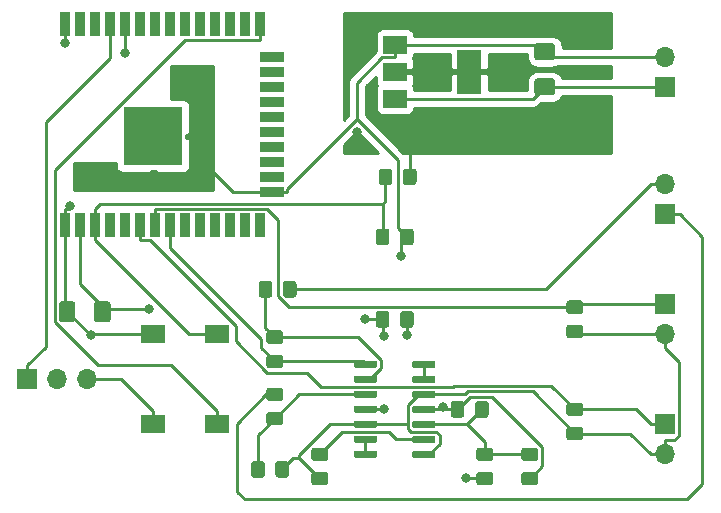
<source format=gbr>
G04 #@! TF.GenerationSoftware,KiCad,Pcbnew,(5.1.5)-3*
G04 #@! TF.CreationDate,2020-04-24T11:10:39-05:00*
G04 #@! TF.ProjectId,ESP32 Wroom energy meter,45535033-3220-4577-926f-6f6d20656e65,rev?*
G04 #@! TF.SameCoordinates,Original*
G04 #@! TF.FileFunction,Copper,L1,Top*
G04 #@! TF.FilePolarity,Positive*
%FSLAX46Y46*%
G04 Gerber Fmt 4.6, Leading zero omitted, Abs format (unit mm)*
G04 Created by KiCad (PCBNEW (5.1.5)-3) date 2020-04-24 11:10:39*
%MOMM*%
%LPD*%
G04 APERTURE LIST*
%ADD10C,0.100000*%
%ADD11R,2.000000X1.500000*%
%ADD12R,2.000000X3.800000*%
%ADD13R,0.900000X2.000000*%
%ADD14R,2.000000X0.900000*%
%ADD15R,5.000000X5.000000*%
%ADD16R,2.000000X1.600000*%
%ADD17O,1.700000X1.700000*%
%ADD18R,1.700000X1.700000*%
%ADD19C,0.800000*%
%ADD20C,0.250000*%
%ADD21C,0.254000*%
G04 APERTURE END LIST*
G04 #@! TA.AperFunction,SMDPad,CuDef*
D10*
G36*
X165874703Y-94950722D02*
G01*
X165889264Y-94952882D01*
X165903543Y-94956459D01*
X165917403Y-94961418D01*
X165930710Y-94967712D01*
X165943336Y-94975280D01*
X165955159Y-94984048D01*
X165966066Y-94993934D01*
X165975952Y-95004841D01*
X165984720Y-95016664D01*
X165992288Y-95029290D01*
X165998582Y-95042597D01*
X166003541Y-95056457D01*
X166007118Y-95070736D01*
X166009278Y-95085297D01*
X166010000Y-95100000D01*
X166010000Y-95400000D01*
X166009278Y-95414703D01*
X166007118Y-95429264D01*
X166003541Y-95443543D01*
X165998582Y-95457403D01*
X165992288Y-95470710D01*
X165984720Y-95483336D01*
X165975952Y-95495159D01*
X165966066Y-95506066D01*
X165955159Y-95515952D01*
X165943336Y-95524720D01*
X165930710Y-95532288D01*
X165917403Y-95538582D01*
X165903543Y-95543541D01*
X165889264Y-95547118D01*
X165874703Y-95549278D01*
X165860000Y-95550000D01*
X164210000Y-95550000D01*
X164195297Y-95549278D01*
X164180736Y-95547118D01*
X164166457Y-95543541D01*
X164152597Y-95538582D01*
X164139290Y-95532288D01*
X164126664Y-95524720D01*
X164114841Y-95515952D01*
X164103934Y-95506066D01*
X164094048Y-95495159D01*
X164085280Y-95483336D01*
X164077712Y-95470710D01*
X164071418Y-95457403D01*
X164066459Y-95443543D01*
X164062882Y-95429264D01*
X164060722Y-95414703D01*
X164060000Y-95400000D01*
X164060000Y-95100000D01*
X164060722Y-95085297D01*
X164062882Y-95070736D01*
X164066459Y-95056457D01*
X164071418Y-95042597D01*
X164077712Y-95029290D01*
X164085280Y-95016664D01*
X164094048Y-95004841D01*
X164103934Y-94993934D01*
X164114841Y-94984048D01*
X164126664Y-94975280D01*
X164139290Y-94967712D01*
X164152597Y-94961418D01*
X164166457Y-94956459D01*
X164180736Y-94952882D01*
X164195297Y-94950722D01*
X164210000Y-94950000D01*
X165860000Y-94950000D01*
X165874703Y-94950722D01*
G37*
G04 #@! TD.AperFunction*
G04 #@! TA.AperFunction,SMDPad,CuDef*
G36*
X165874703Y-96220722D02*
G01*
X165889264Y-96222882D01*
X165903543Y-96226459D01*
X165917403Y-96231418D01*
X165930710Y-96237712D01*
X165943336Y-96245280D01*
X165955159Y-96254048D01*
X165966066Y-96263934D01*
X165975952Y-96274841D01*
X165984720Y-96286664D01*
X165992288Y-96299290D01*
X165998582Y-96312597D01*
X166003541Y-96326457D01*
X166007118Y-96340736D01*
X166009278Y-96355297D01*
X166010000Y-96370000D01*
X166010000Y-96670000D01*
X166009278Y-96684703D01*
X166007118Y-96699264D01*
X166003541Y-96713543D01*
X165998582Y-96727403D01*
X165992288Y-96740710D01*
X165984720Y-96753336D01*
X165975952Y-96765159D01*
X165966066Y-96776066D01*
X165955159Y-96785952D01*
X165943336Y-96794720D01*
X165930710Y-96802288D01*
X165917403Y-96808582D01*
X165903543Y-96813541D01*
X165889264Y-96817118D01*
X165874703Y-96819278D01*
X165860000Y-96820000D01*
X164210000Y-96820000D01*
X164195297Y-96819278D01*
X164180736Y-96817118D01*
X164166457Y-96813541D01*
X164152597Y-96808582D01*
X164139290Y-96802288D01*
X164126664Y-96794720D01*
X164114841Y-96785952D01*
X164103934Y-96776066D01*
X164094048Y-96765159D01*
X164085280Y-96753336D01*
X164077712Y-96740710D01*
X164071418Y-96727403D01*
X164066459Y-96713543D01*
X164062882Y-96699264D01*
X164060722Y-96684703D01*
X164060000Y-96670000D01*
X164060000Y-96370000D01*
X164060722Y-96355297D01*
X164062882Y-96340736D01*
X164066459Y-96326457D01*
X164071418Y-96312597D01*
X164077712Y-96299290D01*
X164085280Y-96286664D01*
X164094048Y-96274841D01*
X164103934Y-96263934D01*
X164114841Y-96254048D01*
X164126664Y-96245280D01*
X164139290Y-96237712D01*
X164152597Y-96231418D01*
X164166457Y-96226459D01*
X164180736Y-96222882D01*
X164195297Y-96220722D01*
X164210000Y-96220000D01*
X165860000Y-96220000D01*
X165874703Y-96220722D01*
G37*
G04 #@! TD.AperFunction*
G04 #@! TA.AperFunction,SMDPad,CuDef*
G36*
X165874703Y-97490722D02*
G01*
X165889264Y-97492882D01*
X165903543Y-97496459D01*
X165917403Y-97501418D01*
X165930710Y-97507712D01*
X165943336Y-97515280D01*
X165955159Y-97524048D01*
X165966066Y-97533934D01*
X165975952Y-97544841D01*
X165984720Y-97556664D01*
X165992288Y-97569290D01*
X165998582Y-97582597D01*
X166003541Y-97596457D01*
X166007118Y-97610736D01*
X166009278Y-97625297D01*
X166010000Y-97640000D01*
X166010000Y-97940000D01*
X166009278Y-97954703D01*
X166007118Y-97969264D01*
X166003541Y-97983543D01*
X165998582Y-97997403D01*
X165992288Y-98010710D01*
X165984720Y-98023336D01*
X165975952Y-98035159D01*
X165966066Y-98046066D01*
X165955159Y-98055952D01*
X165943336Y-98064720D01*
X165930710Y-98072288D01*
X165917403Y-98078582D01*
X165903543Y-98083541D01*
X165889264Y-98087118D01*
X165874703Y-98089278D01*
X165860000Y-98090000D01*
X164210000Y-98090000D01*
X164195297Y-98089278D01*
X164180736Y-98087118D01*
X164166457Y-98083541D01*
X164152597Y-98078582D01*
X164139290Y-98072288D01*
X164126664Y-98064720D01*
X164114841Y-98055952D01*
X164103934Y-98046066D01*
X164094048Y-98035159D01*
X164085280Y-98023336D01*
X164077712Y-98010710D01*
X164071418Y-97997403D01*
X164066459Y-97983543D01*
X164062882Y-97969264D01*
X164060722Y-97954703D01*
X164060000Y-97940000D01*
X164060000Y-97640000D01*
X164060722Y-97625297D01*
X164062882Y-97610736D01*
X164066459Y-97596457D01*
X164071418Y-97582597D01*
X164077712Y-97569290D01*
X164085280Y-97556664D01*
X164094048Y-97544841D01*
X164103934Y-97533934D01*
X164114841Y-97524048D01*
X164126664Y-97515280D01*
X164139290Y-97507712D01*
X164152597Y-97501418D01*
X164166457Y-97496459D01*
X164180736Y-97492882D01*
X164195297Y-97490722D01*
X164210000Y-97490000D01*
X165860000Y-97490000D01*
X165874703Y-97490722D01*
G37*
G04 #@! TD.AperFunction*
G04 #@! TA.AperFunction,SMDPad,CuDef*
G36*
X165874703Y-98760722D02*
G01*
X165889264Y-98762882D01*
X165903543Y-98766459D01*
X165917403Y-98771418D01*
X165930710Y-98777712D01*
X165943336Y-98785280D01*
X165955159Y-98794048D01*
X165966066Y-98803934D01*
X165975952Y-98814841D01*
X165984720Y-98826664D01*
X165992288Y-98839290D01*
X165998582Y-98852597D01*
X166003541Y-98866457D01*
X166007118Y-98880736D01*
X166009278Y-98895297D01*
X166010000Y-98910000D01*
X166010000Y-99210000D01*
X166009278Y-99224703D01*
X166007118Y-99239264D01*
X166003541Y-99253543D01*
X165998582Y-99267403D01*
X165992288Y-99280710D01*
X165984720Y-99293336D01*
X165975952Y-99305159D01*
X165966066Y-99316066D01*
X165955159Y-99325952D01*
X165943336Y-99334720D01*
X165930710Y-99342288D01*
X165917403Y-99348582D01*
X165903543Y-99353541D01*
X165889264Y-99357118D01*
X165874703Y-99359278D01*
X165860000Y-99360000D01*
X164210000Y-99360000D01*
X164195297Y-99359278D01*
X164180736Y-99357118D01*
X164166457Y-99353541D01*
X164152597Y-99348582D01*
X164139290Y-99342288D01*
X164126664Y-99334720D01*
X164114841Y-99325952D01*
X164103934Y-99316066D01*
X164094048Y-99305159D01*
X164085280Y-99293336D01*
X164077712Y-99280710D01*
X164071418Y-99267403D01*
X164066459Y-99253543D01*
X164062882Y-99239264D01*
X164060722Y-99224703D01*
X164060000Y-99210000D01*
X164060000Y-98910000D01*
X164060722Y-98895297D01*
X164062882Y-98880736D01*
X164066459Y-98866457D01*
X164071418Y-98852597D01*
X164077712Y-98839290D01*
X164085280Y-98826664D01*
X164094048Y-98814841D01*
X164103934Y-98803934D01*
X164114841Y-98794048D01*
X164126664Y-98785280D01*
X164139290Y-98777712D01*
X164152597Y-98771418D01*
X164166457Y-98766459D01*
X164180736Y-98762882D01*
X164195297Y-98760722D01*
X164210000Y-98760000D01*
X165860000Y-98760000D01*
X165874703Y-98760722D01*
G37*
G04 #@! TD.AperFunction*
G04 #@! TA.AperFunction,SMDPad,CuDef*
G36*
X165874703Y-100030722D02*
G01*
X165889264Y-100032882D01*
X165903543Y-100036459D01*
X165917403Y-100041418D01*
X165930710Y-100047712D01*
X165943336Y-100055280D01*
X165955159Y-100064048D01*
X165966066Y-100073934D01*
X165975952Y-100084841D01*
X165984720Y-100096664D01*
X165992288Y-100109290D01*
X165998582Y-100122597D01*
X166003541Y-100136457D01*
X166007118Y-100150736D01*
X166009278Y-100165297D01*
X166010000Y-100180000D01*
X166010000Y-100480000D01*
X166009278Y-100494703D01*
X166007118Y-100509264D01*
X166003541Y-100523543D01*
X165998582Y-100537403D01*
X165992288Y-100550710D01*
X165984720Y-100563336D01*
X165975952Y-100575159D01*
X165966066Y-100586066D01*
X165955159Y-100595952D01*
X165943336Y-100604720D01*
X165930710Y-100612288D01*
X165917403Y-100618582D01*
X165903543Y-100623541D01*
X165889264Y-100627118D01*
X165874703Y-100629278D01*
X165860000Y-100630000D01*
X164210000Y-100630000D01*
X164195297Y-100629278D01*
X164180736Y-100627118D01*
X164166457Y-100623541D01*
X164152597Y-100618582D01*
X164139290Y-100612288D01*
X164126664Y-100604720D01*
X164114841Y-100595952D01*
X164103934Y-100586066D01*
X164094048Y-100575159D01*
X164085280Y-100563336D01*
X164077712Y-100550710D01*
X164071418Y-100537403D01*
X164066459Y-100523543D01*
X164062882Y-100509264D01*
X164060722Y-100494703D01*
X164060000Y-100480000D01*
X164060000Y-100180000D01*
X164060722Y-100165297D01*
X164062882Y-100150736D01*
X164066459Y-100136457D01*
X164071418Y-100122597D01*
X164077712Y-100109290D01*
X164085280Y-100096664D01*
X164094048Y-100084841D01*
X164103934Y-100073934D01*
X164114841Y-100064048D01*
X164126664Y-100055280D01*
X164139290Y-100047712D01*
X164152597Y-100041418D01*
X164166457Y-100036459D01*
X164180736Y-100032882D01*
X164195297Y-100030722D01*
X164210000Y-100030000D01*
X165860000Y-100030000D01*
X165874703Y-100030722D01*
G37*
G04 #@! TD.AperFunction*
G04 #@! TA.AperFunction,SMDPad,CuDef*
G36*
X165874703Y-101300722D02*
G01*
X165889264Y-101302882D01*
X165903543Y-101306459D01*
X165917403Y-101311418D01*
X165930710Y-101317712D01*
X165943336Y-101325280D01*
X165955159Y-101334048D01*
X165966066Y-101343934D01*
X165975952Y-101354841D01*
X165984720Y-101366664D01*
X165992288Y-101379290D01*
X165998582Y-101392597D01*
X166003541Y-101406457D01*
X166007118Y-101420736D01*
X166009278Y-101435297D01*
X166010000Y-101450000D01*
X166010000Y-101750000D01*
X166009278Y-101764703D01*
X166007118Y-101779264D01*
X166003541Y-101793543D01*
X165998582Y-101807403D01*
X165992288Y-101820710D01*
X165984720Y-101833336D01*
X165975952Y-101845159D01*
X165966066Y-101856066D01*
X165955159Y-101865952D01*
X165943336Y-101874720D01*
X165930710Y-101882288D01*
X165917403Y-101888582D01*
X165903543Y-101893541D01*
X165889264Y-101897118D01*
X165874703Y-101899278D01*
X165860000Y-101900000D01*
X164210000Y-101900000D01*
X164195297Y-101899278D01*
X164180736Y-101897118D01*
X164166457Y-101893541D01*
X164152597Y-101888582D01*
X164139290Y-101882288D01*
X164126664Y-101874720D01*
X164114841Y-101865952D01*
X164103934Y-101856066D01*
X164094048Y-101845159D01*
X164085280Y-101833336D01*
X164077712Y-101820710D01*
X164071418Y-101807403D01*
X164066459Y-101793543D01*
X164062882Y-101779264D01*
X164060722Y-101764703D01*
X164060000Y-101750000D01*
X164060000Y-101450000D01*
X164060722Y-101435297D01*
X164062882Y-101420736D01*
X164066459Y-101406457D01*
X164071418Y-101392597D01*
X164077712Y-101379290D01*
X164085280Y-101366664D01*
X164094048Y-101354841D01*
X164103934Y-101343934D01*
X164114841Y-101334048D01*
X164126664Y-101325280D01*
X164139290Y-101317712D01*
X164152597Y-101311418D01*
X164166457Y-101306459D01*
X164180736Y-101302882D01*
X164195297Y-101300722D01*
X164210000Y-101300000D01*
X165860000Y-101300000D01*
X165874703Y-101300722D01*
G37*
G04 #@! TD.AperFunction*
G04 #@! TA.AperFunction,SMDPad,CuDef*
G36*
X165874703Y-102570722D02*
G01*
X165889264Y-102572882D01*
X165903543Y-102576459D01*
X165917403Y-102581418D01*
X165930710Y-102587712D01*
X165943336Y-102595280D01*
X165955159Y-102604048D01*
X165966066Y-102613934D01*
X165975952Y-102624841D01*
X165984720Y-102636664D01*
X165992288Y-102649290D01*
X165998582Y-102662597D01*
X166003541Y-102676457D01*
X166007118Y-102690736D01*
X166009278Y-102705297D01*
X166010000Y-102720000D01*
X166010000Y-103020000D01*
X166009278Y-103034703D01*
X166007118Y-103049264D01*
X166003541Y-103063543D01*
X165998582Y-103077403D01*
X165992288Y-103090710D01*
X165984720Y-103103336D01*
X165975952Y-103115159D01*
X165966066Y-103126066D01*
X165955159Y-103135952D01*
X165943336Y-103144720D01*
X165930710Y-103152288D01*
X165917403Y-103158582D01*
X165903543Y-103163541D01*
X165889264Y-103167118D01*
X165874703Y-103169278D01*
X165860000Y-103170000D01*
X164210000Y-103170000D01*
X164195297Y-103169278D01*
X164180736Y-103167118D01*
X164166457Y-103163541D01*
X164152597Y-103158582D01*
X164139290Y-103152288D01*
X164126664Y-103144720D01*
X164114841Y-103135952D01*
X164103934Y-103126066D01*
X164094048Y-103115159D01*
X164085280Y-103103336D01*
X164077712Y-103090710D01*
X164071418Y-103077403D01*
X164066459Y-103063543D01*
X164062882Y-103049264D01*
X164060722Y-103034703D01*
X164060000Y-103020000D01*
X164060000Y-102720000D01*
X164060722Y-102705297D01*
X164062882Y-102690736D01*
X164066459Y-102676457D01*
X164071418Y-102662597D01*
X164077712Y-102649290D01*
X164085280Y-102636664D01*
X164094048Y-102624841D01*
X164103934Y-102613934D01*
X164114841Y-102604048D01*
X164126664Y-102595280D01*
X164139290Y-102587712D01*
X164152597Y-102581418D01*
X164166457Y-102576459D01*
X164180736Y-102572882D01*
X164195297Y-102570722D01*
X164210000Y-102570000D01*
X165860000Y-102570000D01*
X165874703Y-102570722D01*
G37*
G04 #@! TD.AperFunction*
G04 #@! TA.AperFunction,SMDPad,CuDef*
G36*
X160924703Y-102570722D02*
G01*
X160939264Y-102572882D01*
X160953543Y-102576459D01*
X160967403Y-102581418D01*
X160980710Y-102587712D01*
X160993336Y-102595280D01*
X161005159Y-102604048D01*
X161016066Y-102613934D01*
X161025952Y-102624841D01*
X161034720Y-102636664D01*
X161042288Y-102649290D01*
X161048582Y-102662597D01*
X161053541Y-102676457D01*
X161057118Y-102690736D01*
X161059278Y-102705297D01*
X161060000Y-102720000D01*
X161060000Y-103020000D01*
X161059278Y-103034703D01*
X161057118Y-103049264D01*
X161053541Y-103063543D01*
X161048582Y-103077403D01*
X161042288Y-103090710D01*
X161034720Y-103103336D01*
X161025952Y-103115159D01*
X161016066Y-103126066D01*
X161005159Y-103135952D01*
X160993336Y-103144720D01*
X160980710Y-103152288D01*
X160967403Y-103158582D01*
X160953543Y-103163541D01*
X160939264Y-103167118D01*
X160924703Y-103169278D01*
X160910000Y-103170000D01*
X159260000Y-103170000D01*
X159245297Y-103169278D01*
X159230736Y-103167118D01*
X159216457Y-103163541D01*
X159202597Y-103158582D01*
X159189290Y-103152288D01*
X159176664Y-103144720D01*
X159164841Y-103135952D01*
X159153934Y-103126066D01*
X159144048Y-103115159D01*
X159135280Y-103103336D01*
X159127712Y-103090710D01*
X159121418Y-103077403D01*
X159116459Y-103063543D01*
X159112882Y-103049264D01*
X159110722Y-103034703D01*
X159110000Y-103020000D01*
X159110000Y-102720000D01*
X159110722Y-102705297D01*
X159112882Y-102690736D01*
X159116459Y-102676457D01*
X159121418Y-102662597D01*
X159127712Y-102649290D01*
X159135280Y-102636664D01*
X159144048Y-102624841D01*
X159153934Y-102613934D01*
X159164841Y-102604048D01*
X159176664Y-102595280D01*
X159189290Y-102587712D01*
X159202597Y-102581418D01*
X159216457Y-102576459D01*
X159230736Y-102572882D01*
X159245297Y-102570722D01*
X159260000Y-102570000D01*
X160910000Y-102570000D01*
X160924703Y-102570722D01*
G37*
G04 #@! TD.AperFunction*
G04 #@! TA.AperFunction,SMDPad,CuDef*
G36*
X160924703Y-101300722D02*
G01*
X160939264Y-101302882D01*
X160953543Y-101306459D01*
X160967403Y-101311418D01*
X160980710Y-101317712D01*
X160993336Y-101325280D01*
X161005159Y-101334048D01*
X161016066Y-101343934D01*
X161025952Y-101354841D01*
X161034720Y-101366664D01*
X161042288Y-101379290D01*
X161048582Y-101392597D01*
X161053541Y-101406457D01*
X161057118Y-101420736D01*
X161059278Y-101435297D01*
X161060000Y-101450000D01*
X161060000Y-101750000D01*
X161059278Y-101764703D01*
X161057118Y-101779264D01*
X161053541Y-101793543D01*
X161048582Y-101807403D01*
X161042288Y-101820710D01*
X161034720Y-101833336D01*
X161025952Y-101845159D01*
X161016066Y-101856066D01*
X161005159Y-101865952D01*
X160993336Y-101874720D01*
X160980710Y-101882288D01*
X160967403Y-101888582D01*
X160953543Y-101893541D01*
X160939264Y-101897118D01*
X160924703Y-101899278D01*
X160910000Y-101900000D01*
X159260000Y-101900000D01*
X159245297Y-101899278D01*
X159230736Y-101897118D01*
X159216457Y-101893541D01*
X159202597Y-101888582D01*
X159189290Y-101882288D01*
X159176664Y-101874720D01*
X159164841Y-101865952D01*
X159153934Y-101856066D01*
X159144048Y-101845159D01*
X159135280Y-101833336D01*
X159127712Y-101820710D01*
X159121418Y-101807403D01*
X159116459Y-101793543D01*
X159112882Y-101779264D01*
X159110722Y-101764703D01*
X159110000Y-101750000D01*
X159110000Y-101450000D01*
X159110722Y-101435297D01*
X159112882Y-101420736D01*
X159116459Y-101406457D01*
X159121418Y-101392597D01*
X159127712Y-101379290D01*
X159135280Y-101366664D01*
X159144048Y-101354841D01*
X159153934Y-101343934D01*
X159164841Y-101334048D01*
X159176664Y-101325280D01*
X159189290Y-101317712D01*
X159202597Y-101311418D01*
X159216457Y-101306459D01*
X159230736Y-101302882D01*
X159245297Y-101300722D01*
X159260000Y-101300000D01*
X160910000Y-101300000D01*
X160924703Y-101300722D01*
G37*
G04 #@! TD.AperFunction*
G04 #@! TA.AperFunction,SMDPad,CuDef*
G36*
X160924703Y-100030722D02*
G01*
X160939264Y-100032882D01*
X160953543Y-100036459D01*
X160967403Y-100041418D01*
X160980710Y-100047712D01*
X160993336Y-100055280D01*
X161005159Y-100064048D01*
X161016066Y-100073934D01*
X161025952Y-100084841D01*
X161034720Y-100096664D01*
X161042288Y-100109290D01*
X161048582Y-100122597D01*
X161053541Y-100136457D01*
X161057118Y-100150736D01*
X161059278Y-100165297D01*
X161060000Y-100180000D01*
X161060000Y-100480000D01*
X161059278Y-100494703D01*
X161057118Y-100509264D01*
X161053541Y-100523543D01*
X161048582Y-100537403D01*
X161042288Y-100550710D01*
X161034720Y-100563336D01*
X161025952Y-100575159D01*
X161016066Y-100586066D01*
X161005159Y-100595952D01*
X160993336Y-100604720D01*
X160980710Y-100612288D01*
X160967403Y-100618582D01*
X160953543Y-100623541D01*
X160939264Y-100627118D01*
X160924703Y-100629278D01*
X160910000Y-100630000D01*
X159260000Y-100630000D01*
X159245297Y-100629278D01*
X159230736Y-100627118D01*
X159216457Y-100623541D01*
X159202597Y-100618582D01*
X159189290Y-100612288D01*
X159176664Y-100604720D01*
X159164841Y-100595952D01*
X159153934Y-100586066D01*
X159144048Y-100575159D01*
X159135280Y-100563336D01*
X159127712Y-100550710D01*
X159121418Y-100537403D01*
X159116459Y-100523543D01*
X159112882Y-100509264D01*
X159110722Y-100494703D01*
X159110000Y-100480000D01*
X159110000Y-100180000D01*
X159110722Y-100165297D01*
X159112882Y-100150736D01*
X159116459Y-100136457D01*
X159121418Y-100122597D01*
X159127712Y-100109290D01*
X159135280Y-100096664D01*
X159144048Y-100084841D01*
X159153934Y-100073934D01*
X159164841Y-100064048D01*
X159176664Y-100055280D01*
X159189290Y-100047712D01*
X159202597Y-100041418D01*
X159216457Y-100036459D01*
X159230736Y-100032882D01*
X159245297Y-100030722D01*
X159260000Y-100030000D01*
X160910000Y-100030000D01*
X160924703Y-100030722D01*
G37*
G04 #@! TD.AperFunction*
G04 #@! TA.AperFunction,SMDPad,CuDef*
G36*
X160924703Y-98760722D02*
G01*
X160939264Y-98762882D01*
X160953543Y-98766459D01*
X160967403Y-98771418D01*
X160980710Y-98777712D01*
X160993336Y-98785280D01*
X161005159Y-98794048D01*
X161016066Y-98803934D01*
X161025952Y-98814841D01*
X161034720Y-98826664D01*
X161042288Y-98839290D01*
X161048582Y-98852597D01*
X161053541Y-98866457D01*
X161057118Y-98880736D01*
X161059278Y-98895297D01*
X161060000Y-98910000D01*
X161060000Y-99210000D01*
X161059278Y-99224703D01*
X161057118Y-99239264D01*
X161053541Y-99253543D01*
X161048582Y-99267403D01*
X161042288Y-99280710D01*
X161034720Y-99293336D01*
X161025952Y-99305159D01*
X161016066Y-99316066D01*
X161005159Y-99325952D01*
X160993336Y-99334720D01*
X160980710Y-99342288D01*
X160967403Y-99348582D01*
X160953543Y-99353541D01*
X160939264Y-99357118D01*
X160924703Y-99359278D01*
X160910000Y-99360000D01*
X159260000Y-99360000D01*
X159245297Y-99359278D01*
X159230736Y-99357118D01*
X159216457Y-99353541D01*
X159202597Y-99348582D01*
X159189290Y-99342288D01*
X159176664Y-99334720D01*
X159164841Y-99325952D01*
X159153934Y-99316066D01*
X159144048Y-99305159D01*
X159135280Y-99293336D01*
X159127712Y-99280710D01*
X159121418Y-99267403D01*
X159116459Y-99253543D01*
X159112882Y-99239264D01*
X159110722Y-99224703D01*
X159110000Y-99210000D01*
X159110000Y-98910000D01*
X159110722Y-98895297D01*
X159112882Y-98880736D01*
X159116459Y-98866457D01*
X159121418Y-98852597D01*
X159127712Y-98839290D01*
X159135280Y-98826664D01*
X159144048Y-98814841D01*
X159153934Y-98803934D01*
X159164841Y-98794048D01*
X159176664Y-98785280D01*
X159189290Y-98777712D01*
X159202597Y-98771418D01*
X159216457Y-98766459D01*
X159230736Y-98762882D01*
X159245297Y-98760722D01*
X159260000Y-98760000D01*
X160910000Y-98760000D01*
X160924703Y-98760722D01*
G37*
G04 #@! TD.AperFunction*
G04 #@! TA.AperFunction,SMDPad,CuDef*
G36*
X160924703Y-97490722D02*
G01*
X160939264Y-97492882D01*
X160953543Y-97496459D01*
X160967403Y-97501418D01*
X160980710Y-97507712D01*
X160993336Y-97515280D01*
X161005159Y-97524048D01*
X161016066Y-97533934D01*
X161025952Y-97544841D01*
X161034720Y-97556664D01*
X161042288Y-97569290D01*
X161048582Y-97582597D01*
X161053541Y-97596457D01*
X161057118Y-97610736D01*
X161059278Y-97625297D01*
X161060000Y-97640000D01*
X161060000Y-97940000D01*
X161059278Y-97954703D01*
X161057118Y-97969264D01*
X161053541Y-97983543D01*
X161048582Y-97997403D01*
X161042288Y-98010710D01*
X161034720Y-98023336D01*
X161025952Y-98035159D01*
X161016066Y-98046066D01*
X161005159Y-98055952D01*
X160993336Y-98064720D01*
X160980710Y-98072288D01*
X160967403Y-98078582D01*
X160953543Y-98083541D01*
X160939264Y-98087118D01*
X160924703Y-98089278D01*
X160910000Y-98090000D01*
X159260000Y-98090000D01*
X159245297Y-98089278D01*
X159230736Y-98087118D01*
X159216457Y-98083541D01*
X159202597Y-98078582D01*
X159189290Y-98072288D01*
X159176664Y-98064720D01*
X159164841Y-98055952D01*
X159153934Y-98046066D01*
X159144048Y-98035159D01*
X159135280Y-98023336D01*
X159127712Y-98010710D01*
X159121418Y-97997403D01*
X159116459Y-97983543D01*
X159112882Y-97969264D01*
X159110722Y-97954703D01*
X159110000Y-97940000D01*
X159110000Y-97640000D01*
X159110722Y-97625297D01*
X159112882Y-97610736D01*
X159116459Y-97596457D01*
X159121418Y-97582597D01*
X159127712Y-97569290D01*
X159135280Y-97556664D01*
X159144048Y-97544841D01*
X159153934Y-97533934D01*
X159164841Y-97524048D01*
X159176664Y-97515280D01*
X159189290Y-97507712D01*
X159202597Y-97501418D01*
X159216457Y-97496459D01*
X159230736Y-97492882D01*
X159245297Y-97490722D01*
X159260000Y-97490000D01*
X160910000Y-97490000D01*
X160924703Y-97490722D01*
G37*
G04 #@! TD.AperFunction*
G04 #@! TA.AperFunction,SMDPad,CuDef*
G36*
X160924703Y-96220722D02*
G01*
X160939264Y-96222882D01*
X160953543Y-96226459D01*
X160967403Y-96231418D01*
X160980710Y-96237712D01*
X160993336Y-96245280D01*
X161005159Y-96254048D01*
X161016066Y-96263934D01*
X161025952Y-96274841D01*
X161034720Y-96286664D01*
X161042288Y-96299290D01*
X161048582Y-96312597D01*
X161053541Y-96326457D01*
X161057118Y-96340736D01*
X161059278Y-96355297D01*
X161060000Y-96370000D01*
X161060000Y-96670000D01*
X161059278Y-96684703D01*
X161057118Y-96699264D01*
X161053541Y-96713543D01*
X161048582Y-96727403D01*
X161042288Y-96740710D01*
X161034720Y-96753336D01*
X161025952Y-96765159D01*
X161016066Y-96776066D01*
X161005159Y-96785952D01*
X160993336Y-96794720D01*
X160980710Y-96802288D01*
X160967403Y-96808582D01*
X160953543Y-96813541D01*
X160939264Y-96817118D01*
X160924703Y-96819278D01*
X160910000Y-96820000D01*
X159260000Y-96820000D01*
X159245297Y-96819278D01*
X159230736Y-96817118D01*
X159216457Y-96813541D01*
X159202597Y-96808582D01*
X159189290Y-96802288D01*
X159176664Y-96794720D01*
X159164841Y-96785952D01*
X159153934Y-96776066D01*
X159144048Y-96765159D01*
X159135280Y-96753336D01*
X159127712Y-96740710D01*
X159121418Y-96727403D01*
X159116459Y-96713543D01*
X159112882Y-96699264D01*
X159110722Y-96684703D01*
X159110000Y-96670000D01*
X159110000Y-96370000D01*
X159110722Y-96355297D01*
X159112882Y-96340736D01*
X159116459Y-96326457D01*
X159121418Y-96312597D01*
X159127712Y-96299290D01*
X159135280Y-96286664D01*
X159144048Y-96274841D01*
X159153934Y-96263934D01*
X159164841Y-96254048D01*
X159176664Y-96245280D01*
X159189290Y-96237712D01*
X159202597Y-96231418D01*
X159216457Y-96226459D01*
X159230736Y-96222882D01*
X159245297Y-96220722D01*
X159260000Y-96220000D01*
X160910000Y-96220000D01*
X160924703Y-96220722D01*
G37*
G04 #@! TD.AperFunction*
G04 #@! TA.AperFunction,SMDPad,CuDef*
G36*
X160924703Y-94950722D02*
G01*
X160939264Y-94952882D01*
X160953543Y-94956459D01*
X160967403Y-94961418D01*
X160980710Y-94967712D01*
X160993336Y-94975280D01*
X161005159Y-94984048D01*
X161016066Y-94993934D01*
X161025952Y-95004841D01*
X161034720Y-95016664D01*
X161042288Y-95029290D01*
X161048582Y-95042597D01*
X161053541Y-95056457D01*
X161057118Y-95070736D01*
X161059278Y-95085297D01*
X161060000Y-95100000D01*
X161060000Y-95400000D01*
X161059278Y-95414703D01*
X161057118Y-95429264D01*
X161053541Y-95443543D01*
X161048582Y-95457403D01*
X161042288Y-95470710D01*
X161034720Y-95483336D01*
X161025952Y-95495159D01*
X161016066Y-95506066D01*
X161005159Y-95515952D01*
X160993336Y-95524720D01*
X160980710Y-95532288D01*
X160967403Y-95538582D01*
X160953543Y-95543541D01*
X160939264Y-95547118D01*
X160924703Y-95549278D01*
X160910000Y-95550000D01*
X159260000Y-95550000D01*
X159245297Y-95549278D01*
X159230736Y-95547118D01*
X159216457Y-95543541D01*
X159202597Y-95538582D01*
X159189290Y-95532288D01*
X159176664Y-95524720D01*
X159164841Y-95515952D01*
X159153934Y-95506066D01*
X159144048Y-95495159D01*
X159135280Y-95483336D01*
X159127712Y-95470710D01*
X159121418Y-95457403D01*
X159116459Y-95443543D01*
X159112882Y-95429264D01*
X159110722Y-95414703D01*
X159110000Y-95400000D01*
X159110000Y-95100000D01*
X159110722Y-95085297D01*
X159112882Y-95070736D01*
X159116459Y-95056457D01*
X159121418Y-95042597D01*
X159127712Y-95029290D01*
X159135280Y-95016664D01*
X159144048Y-95004841D01*
X159153934Y-94993934D01*
X159164841Y-94984048D01*
X159176664Y-94975280D01*
X159189290Y-94967712D01*
X159202597Y-94961418D01*
X159216457Y-94956459D01*
X159230736Y-94952882D01*
X159245297Y-94950722D01*
X159260000Y-94950000D01*
X160910000Y-94950000D01*
X160924703Y-94950722D01*
G37*
G04 #@! TD.AperFunction*
D11*
X162585000Y-68185000D03*
X162585000Y-72785000D03*
X162585000Y-70485000D03*
D12*
X168885000Y-70485000D03*
D13*
X134620000Y-66430000D03*
X135890000Y-66430000D03*
X137160000Y-66430000D03*
X138430000Y-66430000D03*
X139700000Y-66430000D03*
X140970000Y-66430000D03*
X142240000Y-66430000D03*
X143510000Y-66430000D03*
X144780000Y-66430000D03*
X146050000Y-66430000D03*
X147320000Y-66430000D03*
X148590000Y-66430000D03*
X149860000Y-66430000D03*
X151130000Y-66430000D03*
D14*
X152130000Y-69215000D03*
X152130000Y-70485000D03*
X152130000Y-71755000D03*
X152130000Y-73025000D03*
X152130000Y-74295000D03*
X152130000Y-75565000D03*
X152130000Y-76835000D03*
X152130000Y-78105000D03*
X152130000Y-79375000D03*
X152130000Y-80645000D03*
D13*
X151130000Y-83430000D03*
X149860000Y-83430000D03*
X148590000Y-83430000D03*
X147320000Y-83430000D03*
X146050000Y-83430000D03*
X144780000Y-83430000D03*
X143510000Y-83430000D03*
X142240000Y-83430000D03*
X140970000Y-83430000D03*
X139700000Y-83430000D03*
X138430000Y-83430000D03*
X137160000Y-83430000D03*
X135890000Y-83430000D03*
X134620000Y-83430000D03*
D15*
X142120000Y-75930000D03*
D16*
X147480000Y-100330000D03*
X142080000Y-100330000D03*
X142080000Y-92710000D03*
X147480000Y-92710000D03*
G04 #@! TA.AperFunction,SMDPad,CuDef*
D10*
G36*
X162129505Y-78676204D02*
G01*
X162153773Y-78679804D01*
X162177572Y-78685765D01*
X162200671Y-78694030D01*
X162222850Y-78704520D01*
X162243893Y-78717132D01*
X162263599Y-78731747D01*
X162281777Y-78748223D01*
X162298253Y-78766401D01*
X162312868Y-78786107D01*
X162325480Y-78807150D01*
X162335970Y-78829329D01*
X162344235Y-78852428D01*
X162350196Y-78876227D01*
X162353796Y-78900495D01*
X162355000Y-78924999D01*
X162355000Y-79825001D01*
X162353796Y-79849505D01*
X162350196Y-79873773D01*
X162344235Y-79897572D01*
X162335970Y-79920671D01*
X162325480Y-79942850D01*
X162312868Y-79963893D01*
X162298253Y-79983599D01*
X162281777Y-80001777D01*
X162263599Y-80018253D01*
X162243893Y-80032868D01*
X162222850Y-80045480D01*
X162200671Y-80055970D01*
X162177572Y-80064235D01*
X162153773Y-80070196D01*
X162129505Y-80073796D01*
X162105001Y-80075000D01*
X161454999Y-80075000D01*
X161430495Y-80073796D01*
X161406227Y-80070196D01*
X161382428Y-80064235D01*
X161359329Y-80055970D01*
X161337150Y-80045480D01*
X161316107Y-80032868D01*
X161296401Y-80018253D01*
X161278223Y-80001777D01*
X161261747Y-79983599D01*
X161247132Y-79963893D01*
X161234520Y-79942850D01*
X161224030Y-79920671D01*
X161215765Y-79897572D01*
X161209804Y-79873773D01*
X161206204Y-79849505D01*
X161205000Y-79825001D01*
X161205000Y-78924999D01*
X161206204Y-78900495D01*
X161209804Y-78876227D01*
X161215765Y-78852428D01*
X161224030Y-78829329D01*
X161234520Y-78807150D01*
X161247132Y-78786107D01*
X161261747Y-78766401D01*
X161278223Y-78748223D01*
X161296401Y-78731747D01*
X161316107Y-78717132D01*
X161337150Y-78704520D01*
X161359329Y-78694030D01*
X161382428Y-78685765D01*
X161406227Y-78679804D01*
X161430495Y-78676204D01*
X161454999Y-78675000D01*
X162105001Y-78675000D01*
X162129505Y-78676204D01*
G37*
G04 #@! TD.AperFunction*
G04 #@! TA.AperFunction,SMDPad,CuDef*
G36*
X164179505Y-78676204D02*
G01*
X164203773Y-78679804D01*
X164227572Y-78685765D01*
X164250671Y-78694030D01*
X164272850Y-78704520D01*
X164293893Y-78717132D01*
X164313599Y-78731747D01*
X164331777Y-78748223D01*
X164348253Y-78766401D01*
X164362868Y-78786107D01*
X164375480Y-78807150D01*
X164385970Y-78829329D01*
X164394235Y-78852428D01*
X164400196Y-78876227D01*
X164403796Y-78900495D01*
X164405000Y-78924999D01*
X164405000Y-79825001D01*
X164403796Y-79849505D01*
X164400196Y-79873773D01*
X164394235Y-79897572D01*
X164385970Y-79920671D01*
X164375480Y-79942850D01*
X164362868Y-79963893D01*
X164348253Y-79983599D01*
X164331777Y-80001777D01*
X164313599Y-80018253D01*
X164293893Y-80032868D01*
X164272850Y-80045480D01*
X164250671Y-80055970D01*
X164227572Y-80064235D01*
X164203773Y-80070196D01*
X164179505Y-80073796D01*
X164155001Y-80075000D01*
X163504999Y-80075000D01*
X163480495Y-80073796D01*
X163456227Y-80070196D01*
X163432428Y-80064235D01*
X163409329Y-80055970D01*
X163387150Y-80045480D01*
X163366107Y-80032868D01*
X163346401Y-80018253D01*
X163328223Y-80001777D01*
X163311747Y-79983599D01*
X163297132Y-79963893D01*
X163284520Y-79942850D01*
X163274030Y-79920671D01*
X163265765Y-79897572D01*
X163259804Y-79873773D01*
X163256204Y-79849505D01*
X163255000Y-79825001D01*
X163255000Y-78924999D01*
X163256204Y-78900495D01*
X163259804Y-78876227D01*
X163265765Y-78852428D01*
X163274030Y-78829329D01*
X163284520Y-78807150D01*
X163297132Y-78786107D01*
X163311747Y-78766401D01*
X163328223Y-78748223D01*
X163346401Y-78731747D01*
X163366107Y-78717132D01*
X163387150Y-78704520D01*
X163409329Y-78694030D01*
X163432428Y-78685765D01*
X163456227Y-78679804D01*
X163480495Y-78676204D01*
X163504999Y-78675000D01*
X164155001Y-78675000D01*
X164179505Y-78676204D01*
G37*
G04 #@! TD.AperFunction*
G04 #@! TA.AperFunction,SMDPad,CuDef*
G36*
X152874505Y-92381204D02*
G01*
X152898773Y-92384804D01*
X152922572Y-92390765D01*
X152945671Y-92399030D01*
X152967850Y-92409520D01*
X152988893Y-92422132D01*
X153008599Y-92436747D01*
X153026777Y-92453223D01*
X153043253Y-92471401D01*
X153057868Y-92491107D01*
X153070480Y-92512150D01*
X153080970Y-92534329D01*
X153089235Y-92557428D01*
X153095196Y-92581227D01*
X153098796Y-92605495D01*
X153100000Y-92629999D01*
X153100000Y-93280001D01*
X153098796Y-93304505D01*
X153095196Y-93328773D01*
X153089235Y-93352572D01*
X153080970Y-93375671D01*
X153070480Y-93397850D01*
X153057868Y-93418893D01*
X153043253Y-93438599D01*
X153026777Y-93456777D01*
X153008599Y-93473253D01*
X152988893Y-93487868D01*
X152967850Y-93500480D01*
X152945671Y-93510970D01*
X152922572Y-93519235D01*
X152898773Y-93525196D01*
X152874505Y-93528796D01*
X152850001Y-93530000D01*
X151949999Y-93530000D01*
X151925495Y-93528796D01*
X151901227Y-93525196D01*
X151877428Y-93519235D01*
X151854329Y-93510970D01*
X151832150Y-93500480D01*
X151811107Y-93487868D01*
X151791401Y-93473253D01*
X151773223Y-93456777D01*
X151756747Y-93438599D01*
X151742132Y-93418893D01*
X151729520Y-93397850D01*
X151719030Y-93375671D01*
X151710765Y-93352572D01*
X151704804Y-93328773D01*
X151701204Y-93304505D01*
X151700000Y-93280001D01*
X151700000Y-92629999D01*
X151701204Y-92605495D01*
X151704804Y-92581227D01*
X151710765Y-92557428D01*
X151719030Y-92534329D01*
X151729520Y-92512150D01*
X151742132Y-92491107D01*
X151756747Y-92471401D01*
X151773223Y-92453223D01*
X151791401Y-92436747D01*
X151811107Y-92422132D01*
X151832150Y-92409520D01*
X151854329Y-92399030D01*
X151877428Y-92390765D01*
X151901227Y-92384804D01*
X151925495Y-92381204D01*
X151949999Y-92380000D01*
X152850001Y-92380000D01*
X152874505Y-92381204D01*
G37*
G04 #@! TD.AperFunction*
G04 #@! TA.AperFunction,SMDPad,CuDef*
G36*
X152874505Y-94431204D02*
G01*
X152898773Y-94434804D01*
X152922572Y-94440765D01*
X152945671Y-94449030D01*
X152967850Y-94459520D01*
X152988893Y-94472132D01*
X153008599Y-94486747D01*
X153026777Y-94503223D01*
X153043253Y-94521401D01*
X153057868Y-94541107D01*
X153070480Y-94562150D01*
X153080970Y-94584329D01*
X153089235Y-94607428D01*
X153095196Y-94631227D01*
X153098796Y-94655495D01*
X153100000Y-94679999D01*
X153100000Y-95330001D01*
X153098796Y-95354505D01*
X153095196Y-95378773D01*
X153089235Y-95402572D01*
X153080970Y-95425671D01*
X153070480Y-95447850D01*
X153057868Y-95468893D01*
X153043253Y-95488599D01*
X153026777Y-95506777D01*
X153008599Y-95523253D01*
X152988893Y-95537868D01*
X152967850Y-95550480D01*
X152945671Y-95560970D01*
X152922572Y-95569235D01*
X152898773Y-95575196D01*
X152874505Y-95578796D01*
X152850001Y-95580000D01*
X151949999Y-95580000D01*
X151925495Y-95578796D01*
X151901227Y-95575196D01*
X151877428Y-95569235D01*
X151854329Y-95560970D01*
X151832150Y-95550480D01*
X151811107Y-95537868D01*
X151791401Y-95523253D01*
X151773223Y-95506777D01*
X151756747Y-95488599D01*
X151742132Y-95468893D01*
X151729520Y-95447850D01*
X151719030Y-95425671D01*
X151710765Y-95402572D01*
X151704804Y-95378773D01*
X151701204Y-95354505D01*
X151700000Y-95330001D01*
X151700000Y-94679999D01*
X151701204Y-94655495D01*
X151704804Y-94631227D01*
X151710765Y-94607428D01*
X151719030Y-94584329D01*
X151729520Y-94562150D01*
X151742132Y-94541107D01*
X151756747Y-94521401D01*
X151773223Y-94503223D01*
X151791401Y-94486747D01*
X151811107Y-94472132D01*
X151832150Y-94459520D01*
X151854329Y-94449030D01*
X151877428Y-94440765D01*
X151901227Y-94434804D01*
X151925495Y-94431204D01*
X151949999Y-94430000D01*
X152850001Y-94430000D01*
X152874505Y-94431204D01*
G37*
G04 #@! TD.AperFunction*
G04 #@! TA.AperFunction,SMDPad,CuDef*
G36*
X153384505Y-103441204D02*
G01*
X153408773Y-103444804D01*
X153432572Y-103450765D01*
X153455671Y-103459030D01*
X153477850Y-103469520D01*
X153498893Y-103482132D01*
X153518599Y-103496747D01*
X153536777Y-103513223D01*
X153553253Y-103531401D01*
X153567868Y-103551107D01*
X153580480Y-103572150D01*
X153590970Y-103594329D01*
X153599235Y-103617428D01*
X153605196Y-103641227D01*
X153608796Y-103665495D01*
X153610000Y-103689999D01*
X153610000Y-104590001D01*
X153608796Y-104614505D01*
X153605196Y-104638773D01*
X153599235Y-104662572D01*
X153590970Y-104685671D01*
X153580480Y-104707850D01*
X153567868Y-104728893D01*
X153553253Y-104748599D01*
X153536777Y-104766777D01*
X153518599Y-104783253D01*
X153498893Y-104797868D01*
X153477850Y-104810480D01*
X153455671Y-104820970D01*
X153432572Y-104829235D01*
X153408773Y-104835196D01*
X153384505Y-104838796D01*
X153360001Y-104840000D01*
X152709999Y-104840000D01*
X152685495Y-104838796D01*
X152661227Y-104835196D01*
X152637428Y-104829235D01*
X152614329Y-104820970D01*
X152592150Y-104810480D01*
X152571107Y-104797868D01*
X152551401Y-104783253D01*
X152533223Y-104766777D01*
X152516747Y-104748599D01*
X152502132Y-104728893D01*
X152489520Y-104707850D01*
X152479030Y-104685671D01*
X152470765Y-104662572D01*
X152464804Y-104638773D01*
X152461204Y-104614505D01*
X152460000Y-104590001D01*
X152460000Y-103689999D01*
X152461204Y-103665495D01*
X152464804Y-103641227D01*
X152470765Y-103617428D01*
X152479030Y-103594329D01*
X152489520Y-103572150D01*
X152502132Y-103551107D01*
X152516747Y-103531401D01*
X152533223Y-103513223D01*
X152551401Y-103496747D01*
X152571107Y-103482132D01*
X152592150Y-103469520D01*
X152614329Y-103459030D01*
X152637428Y-103450765D01*
X152661227Y-103444804D01*
X152685495Y-103441204D01*
X152709999Y-103440000D01*
X153360001Y-103440000D01*
X153384505Y-103441204D01*
G37*
G04 #@! TD.AperFunction*
G04 #@! TA.AperFunction,SMDPad,CuDef*
G36*
X151334505Y-103441204D02*
G01*
X151358773Y-103444804D01*
X151382572Y-103450765D01*
X151405671Y-103459030D01*
X151427850Y-103469520D01*
X151448893Y-103482132D01*
X151468599Y-103496747D01*
X151486777Y-103513223D01*
X151503253Y-103531401D01*
X151517868Y-103551107D01*
X151530480Y-103572150D01*
X151540970Y-103594329D01*
X151549235Y-103617428D01*
X151555196Y-103641227D01*
X151558796Y-103665495D01*
X151560000Y-103689999D01*
X151560000Y-104590001D01*
X151558796Y-104614505D01*
X151555196Y-104638773D01*
X151549235Y-104662572D01*
X151540970Y-104685671D01*
X151530480Y-104707850D01*
X151517868Y-104728893D01*
X151503253Y-104748599D01*
X151486777Y-104766777D01*
X151468599Y-104783253D01*
X151448893Y-104797868D01*
X151427850Y-104810480D01*
X151405671Y-104820970D01*
X151382572Y-104829235D01*
X151358773Y-104835196D01*
X151334505Y-104838796D01*
X151310001Y-104840000D01*
X150659999Y-104840000D01*
X150635495Y-104838796D01*
X150611227Y-104835196D01*
X150587428Y-104829235D01*
X150564329Y-104820970D01*
X150542150Y-104810480D01*
X150521107Y-104797868D01*
X150501401Y-104783253D01*
X150483223Y-104766777D01*
X150466747Y-104748599D01*
X150452132Y-104728893D01*
X150439520Y-104707850D01*
X150429030Y-104685671D01*
X150420765Y-104662572D01*
X150414804Y-104638773D01*
X150411204Y-104614505D01*
X150410000Y-104590001D01*
X150410000Y-103689999D01*
X150411204Y-103665495D01*
X150414804Y-103641227D01*
X150420765Y-103617428D01*
X150429030Y-103594329D01*
X150439520Y-103572150D01*
X150452132Y-103551107D01*
X150466747Y-103531401D01*
X150483223Y-103513223D01*
X150501401Y-103496747D01*
X150521107Y-103482132D01*
X150542150Y-103469520D01*
X150564329Y-103459030D01*
X150587428Y-103450765D01*
X150611227Y-103444804D01*
X150635495Y-103441204D01*
X150659999Y-103440000D01*
X151310001Y-103440000D01*
X151334505Y-103441204D01*
G37*
G04 #@! TD.AperFunction*
G04 #@! TA.AperFunction,SMDPad,CuDef*
G36*
X154019505Y-88201204D02*
G01*
X154043773Y-88204804D01*
X154067572Y-88210765D01*
X154090671Y-88219030D01*
X154112850Y-88229520D01*
X154133893Y-88242132D01*
X154153599Y-88256747D01*
X154171777Y-88273223D01*
X154188253Y-88291401D01*
X154202868Y-88311107D01*
X154215480Y-88332150D01*
X154225970Y-88354329D01*
X154234235Y-88377428D01*
X154240196Y-88401227D01*
X154243796Y-88425495D01*
X154245000Y-88449999D01*
X154245000Y-89350001D01*
X154243796Y-89374505D01*
X154240196Y-89398773D01*
X154234235Y-89422572D01*
X154225970Y-89445671D01*
X154215480Y-89467850D01*
X154202868Y-89488893D01*
X154188253Y-89508599D01*
X154171777Y-89526777D01*
X154153599Y-89543253D01*
X154133893Y-89557868D01*
X154112850Y-89570480D01*
X154090671Y-89580970D01*
X154067572Y-89589235D01*
X154043773Y-89595196D01*
X154019505Y-89598796D01*
X153995001Y-89600000D01*
X153344999Y-89600000D01*
X153320495Y-89598796D01*
X153296227Y-89595196D01*
X153272428Y-89589235D01*
X153249329Y-89580970D01*
X153227150Y-89570480D01*
X153206107Y-89557868D01*
X153186401Y-89543253D01*
X153168223Y-89526777D01*
X153151747Y-89508599D01*
X153137132Y-89488893D01*
X153124520Y-89467850D01*
X153114030Y-89445671D01*
X153105765Y-89422572D01*
X153099804Y-89398773D01*
X153096204Y-89374505D01*
X153095000Y-89350001D01*
X153095000Y-88449999D01*
X153096204Y-88425495D01*
X153099804Y-88401227D01*
X153105765Y-88377428D01*
X153114030Y-88354329D01*
X153124520Y-88332150D01*
X153137132Y-88311107D01*
X153151747Y-88291401D01*
X153168223Y-88273223D01*
X153186401Y-88256747D01*
X153206107Y-88242132D01*
X153227150Y-88229520D01*
X153249329Y-88219030D01*
X153272428Y-88210765D01*
X153296227Y-88204804D01*
X153320495Y-88201204D01*
X153344999Y-88200000D01*
X153995001Y-88200000D01*
X154019505Y-88201204D01*
G37*
G04 #@! TD.AperFunction*
G04 #@! TA.AperFunction,SMDPad,CuDef*
G36*
X151969505Y-88201204D02*
G01*
X151993773Y-88204804D01*
X152017572Y-88210765D01*
X152040671Y-88219030D01*
X152062850Y-88229520D01*
X152083893Y-88242132D01*
X152103599Y-88256747D01*
X152121777Y-88273223D01*
X152138253Y-88291401D01*
X152152868Y-88311107D01*
X152165480Y-88332150D01*
X152175970Y-88354329D01*
X152184235Y-88377428D01*
X152190196Y-88401227D01*
X152193796Y-88425495D01*
X152195000Y-88449999D01*
X152195000Y-89350001D01*
X152193796Y-89374505D01*
X152190196Y-89398773D01*
X152184235Y-89422572D01*
X152175970Y-89445671D01*
X152165480Y-89467850D01*
X152152868Y-89488893D01*
X152138253Y-89508599D01*
X152121777Y-89526777D01*
X152103599Y-89543253D01*
X152083893Y-89557868D01*
X152062850Y-89570480D01*
X152040671Y-89580970D01*
X152017572Y-89589235D01*
X151993773Y-89595196D01*
X151969505Y-89598796D01*
X151945001Y-89600000D01*
X151294999Y-89600000D01*
X151270495Y-89598796D01*
X151246227Y-89595196D01*
X151222428Y-89589235D01*
X151199329Y-89580970D01*
X151177150Y-89570480D01*
X151156107Y-89557868D01*
X151136401Y-89543253D01*
X151118223Y-89526777D01*
X151101747Y-89508599D01*
X151087132Y-89488893D01*
X151074520Y-89467850D01*
X151064030Y-89445671D01*
X151055765Y-89422572D01*
X151049804Y-89398773D01*
X151046204Y-89374505D01*
X151045000Y-89350001D01*
X151045000Y-88449999D01*
X151046204Y-88425495D01*
X151049804Y-88401227D01*
X151055765Y-88377428D01*
X151064030Y-88354329D01*
X151074520Y-88332150D01*
X151087132Y-88311107D01*
X151101747Y-88291401D01*
X151118223Y-88273223D01*
X151136401Y-88256747D01*
X151156107Y-88242132D01*
X151177150Y-88229520D01*
X151199329Y-88219030D01*
X151222428Y-88210765D01*
X151246227Y-88204804D01*
X151270495Y-88201204D01*
X151294999Y-88200000D01*
X151945001Y-88200000D01*
X151969505Y-88201204D01*
G37*
G04 #@! TD.AperFunction*
G04 #@! TA.AperFunction,SMDPad,CuDef*
G36*
X152874505Y-97216204D02*
G01*
X152898773Y-97219804D01*
X152922572Y-97225765D01*
X152945671Y-97234030D01*
X152967850Y-97244520D01*
X152988893Y-97257132D01*
X153008599Y-97271747D01*
X153026777Y-97288223D01*
X153043253Y-97306401D01*
X153057868Y-97326107D01*
X153070480Y-97347150D01*
X153080970Y-97369329D01*
X153089235Y-97392428D01*
X153095196Y-97416227D01*
X153098796Y-97440495D01*
X153100000Y-97464999D01*
X153100000Y-98115001D01*
X153098796Y-98139505D01*
X153095196Y-98163773D01*
X153089235Y-98187572D01*
X153080970Y-98210671D01*
X153070480Y-98232850D01*
X153057868Y-98253893D01*
X153043253Y-98273599D01*
X153026777Y-98291777D01*
X153008599Y-98308253D01*
X152988893Y-98322868D01*
X152967850Y-98335480D01*
X152945671Y-98345970D01*
X152922572Y-98354235D01*
X152898773Y-98360196D01*
X152874505Y-98363796D01*
X152850001Y-98365000D01*
X151949999Y-98365000D01*
X151925495Y-98363796D01*
X151901227Y-98360196D01*
X151877428Y-98354235D01*
X151854329Y-98345970D01*
X151832150Y-98335480D01*
X151811107Y-98322868D01*
X151791401Y-98308253D01*
X151773223Y-98291777D01*
X151756747Y-98273599D01*
X151742132Y-98253893D01*
X151729520Y-98232850D01*
X151719030Y-98210671D01*
X151710765Y-98187572D01*
X151704804Y-98163773D01*
X151701204Y-98139505D01*
X151700000Y-98115001D01*
X151700000Y-97464999D01*
X151701204Y-97440495D01*
X151704804Y-97416227D01*
X151710765Y-97392428D01*
X151719030Y-97369329D01*
X151729520Y-97347150D01*
X151742132Y-97326107D01*
X151756747Y-97306401D01*
X151773223Y-97288223D01*
X151791401Y-97271747D01*
X151811107Y-97257132D01*
X151832150Y-97244520D01*
X151854329Y-97234030D01*
X151877428Y-97225765D01*
X151901227Y-97219804D01*
X151925495Y-97216204D01*
X151949999Y-97215000D01*
X152850001Y-97215000D01*
X152874505Y-97216204D01*
G37*
G04 #@! TD.AperFunction*
G04 #@! TA.AperFunction,SMDPad,CuDef*
G36*
X152874505Y-99266204D02*
G01*
X152898773Y-99269804D01*
X152922572Y-99275765D01*
X152945671Y-99284030D01*
X152967850Y-99294520D01*
X152988893Y-99307132D01*
X153008599Y-99321747D01*
X153026777Y-99338223D01*
X153043253Y-99356401D01*
X153057868Y-99376107D01*
X153070480Y-99397150D01*
X153080970Y-99419329D01*
X153089235Y-99442428D01*
X153095196Y-99466227D01*
X153098796Y-99490495D01*
X153100000Y-99514999D01*
X153100000Y-100165001D01*
X153098796Y-100189505D01*
X153095196Y-100213773D01*
X153089235Y-100237572D01*
X153080970Y-100260671D01*
X153070480Y-100282850D01*
X153057868Y-100303893D01*
X153043253Y-100323599D01*
X153026777Y-100341777D01*
X153008599Y-100358253D01*
X152988893Y-100372868D01*
X152967850Y-100385480D01*
X152945671Y-100395970D01*
X152922572Y-100404235D01*
X152898773Y-100410196D01*
X152874505Y-100413796D01*
X152850001Y-100415000D01*
X151949999Y-100415000D01*
X151925495Y-100413796D01*
X151901227Y-100410196D01*
X151877428Y-100404235D01*
X151854329Y-100395970D01*
X151832150Y-100385480D01*
X151811107Y-100372868D01*
X151791401Y-100358253D01*
X151773223Y-100341777D01*
X151756747Y-100323599D01*
X151742132Y-100303893D01*
X151729520Y-100282850D01*
X151719030Y-100260671D01*
X151710765Y-100237572D01*
X151704804Y-100213773D01*
X151701204Y-100189505D01*
X151700000Y-100165001D01*
X151700000Y-99514999D01*
X151701204Y-99490495D01*
X151704804Y-99466227D01*
X151710765Y-99442428D01*
X151719030Y-99419329D01*
X151729520Y-99397150D01*
X151742132Y-99376107D01*
X151756747Y-99356401D01*
X151773223Y-99338223D01*
X151791401Y-99321747D01*
X151811107Y-99307132D01*
X151832150Y-99294520D01*
X151854329Y-99284030D01*
X151877428Y-99275765D01*
X151901227Y-99269804D01*
X151925495Y-99266204D01*
X151949999Y-99265000D01*
X152850001Y-99265000D01*
X152874505Y-99266204D01*
G37*
G04 #@! TD.AperFunction*
G04 #@! TA.AperFunction,SMDPad,CuDef*
G36*
X178274505Y-98486204D02*
G01*
X178298773Y-98489804D01*
X178322572Y-98495765D01*
X178345671Y-98504030D01*
X178367850Y-98514520D01*
X178388893Y-98527132D01*
X178408599Y-98541747D01*
X178426777Y-98558223D01*
X178443253Y-98576401D01*
X178457868Y-98596107D01*
X178470480Y-98617150D01*
X178480970Y-98639329D01*
X178489235Y-98662428D01*
X178495196Y-98686227D01*
X178498796Y-98710495D01*
X178500000Y-98734999D01*
X178500000Y-99385001D01*
X178498796Y-99409505D01*
X178495196Y-99433773D01*
X178489235Y-99457572D01*
X178480970Y-99480671D01*
X178470480Y-99502850D01*
X178457868Y-99523893D01*
X178443253Y-99543599D01*
X178426777Y-99561777D01*
X178408599Y-99578253D01*
X178388893Y-99592868D01*
X178367850Y-99605480D01*
X178345671Y-99615970D01*
X178322572Y-99624235D01*
X178298773Y-99630196D01*
X178274505Y-99633796D01*
X178250001Y-99635000D01*
X177349999Y-99635000D01*
X177325495Y-99633796D01*
X177301227Y-99630196D01*
X177277428Y-99624235D01*
X177254329Y-99615970D01*
X177232150Y-99605480D01*
X177211107Y-99592868D01*
X177191401Y-99578253D01*
X177173223Y-99561777D01*
X177156747Y-99543599D01*
X177142132Y-99523893D01*
X177129520Y-99502850D01*
X177119030Y-99480671D01*
X177110765Y-99457572D01*
X177104804Y-99433773D01*
X177101204Y-99409505D01*
X177100000Y-99385001D01*
X177100000Y-98734999D01*
X177101204Y-98710495D01*
X177104804Y-98686227D01*
X177110765Y-98662428D01*
X177119030Y-98639329D01*
X177129520Y-98617150D01*
X177142132Y-98596107D01*
X177156747Y-98576401D01*
X177173223Y-98558223D01*
X177191401Y-98541747D01*
X177211107Y-98527132D01*
X177232150Y-98514520D01*
X177254329Y-98504030D01*
X177277428Y-98495765D01*
X177301227Y-98489804D01*
X177325495Y-98486204D01*
X177349999Y-98485000D01*
X178250001Y-98485000D01*
X178274505Y-98486204D01*
G37*
G04 #@! TD.AperFunction*
G04 #@! TA.AperFunction,SMDPad,CuDef*
G36*
X178274505Y-100536204D02*
G01*
X178298773Y-100539804D01*
X178322572Y-100545765D01*
X178345671Y-100554030D01*
X178367850Y-100564520D01*
X178388893Y-100577132D01*
X178408599Y-100591747D01*
X178426777Y-100608223D01*
X178443253Y-100626401D01*
X178457868Y-100646107D01*
X178470480Y-100667150D01*
X178480970Y-100689329D01*
X178489235Y-100712428D01*
X178495196Y-100736227D01*
X178498796Y-100760495D01*
X178500000Y-100784999D01*
X178500000Y-101435001D01*
X178498796Y-101459505D01*
X178495196Y-101483773D01*
X178489235Y-101507572D01*
X178480970Y-101530671D01*
X178470480Y-101552850D01*
X178457868Y-101573893D01*
X178443253Y-101593599D01*
X178426777Y-101611777D01*
X178408599Y-101628253D01*
X178388893Y-101642868D01*
X178367850Y-101655480D01*
X178345671Y-101665970D01*
X178322572Y-101674235D01*
X178298773Y-101680196D01*
X178274505Y-101683796D01*
X178250001Y-101685000D01*
X177349999Y-101685000D01*
X177325495Y-101683796D01*
X177301227Y-101680196D01*
X177277428Y-101674235D01*
X177254329Y-101665970D01*
X177232150Y-101655480D01*
X177211107Y-101642868D01*
X177191401Y-101628253D01*
X177173223Y-101611777D01*
X177156747Y-101593599D01*
X177142132Y-101573893D01*
X177129520Y-101552850D01*
X177119030Y-101530671D01*
X177110765Y-101507572D01*
X177104804Y-101483773D01*
X177101204Y-101459505D01*
X177100000Y-101435001D01*
X177100000Y-100784999D01*
X177101204Y-100760495D01*
X177104804Y-100736227D01*
X177110765Y-100712428D01*
X177119030Y-100689329D01*
X177129520Y-100667150D01*
X177142132Y-100646107D01*
X177156747Y-100626401D01*
X177173223Y-100608223D01*
X177191401Y-100591747D01*
X177211107Y-100577132D01*
X177232150Y-100564520D01*
X177254329Y-100554030D01*
X177277428Y-100545765D01*
X177301227Y-100539804D01*
X177325495Y-100536204D01*
X177349999Y-100535000D01*
X178250001Y-100535000D01*
X178274505Y-100536204D01*
G37*
G04 #@! TD.AperFunction*
G04 #@! TA.AperFunction,SMDPad,CuDef*
G36*
X178274505Y-89841204D02*
G01*
X178298773Y-89844804D01*
X178322572Y-89850765D01*
X178345671Y-89859030D01*
X178367850Y-89869520D01*
X178388893Y-89882132D01*
X178408599Y-89896747D01*
X178426777Y-89913223D01*
X178443253Y-89931401D01*
X178457868Y-89951107D01*
X178470480Y-89972150D01*
X178480970Y-89994329D01*
X178489235Y-90017428D01*
X178495196Y-90041227D01*
X178498796Y-90065495D01*
X178500000Y-90089999D01*
X178500000Y-90740001D01*
X178498796Y-90764505D01*
X178495196Y-90788773D01*
X178489235Y-90812572D01*
X178480970Y-90835671D01*
X178470480Y-90857850D01*
X178457868Y-90878893D01*
X178443253Y-90898599D01*
X178426777Y-90916777D01*
X178408599Y-90933253D01*
X178388893Y-90947868D01*
X178367850Y-90960480D01*
X178345671Y-90970970D01*
X178322572Y-90979235D01*
X178298773Y-90985196D01*
X178274505Y-90988796D01*
X178250001Y-90990000D01*
X177349999Y-90990000D01*
X177325495Y-90988796D01*
X177301227Y-90985196D01*
X177277428Y-90979235D01*
X177254329Y-90970970D01*
X177232150Y-90960480D01*
X177211107Y-90947868D01*
X177191401Y-90933253D01*
X177173223Y-90916777D01*
X177156747Y-90898599D01*
X177142132Y-90878893D01*
X177129520Y-90857850D01*
X177119030Y-90835671D01*
X177110765Y-90812572D01*
X177104804Y-90788773D01*
X177101204Y-90764505D01*
X177100000Y-90740001D01*
X177100000Y-90089999D01*
X177101204Y-90065495D01*
X177104804Y-90041227D01*
X177110765Y-90017428D01*
X177119030Y-89994329D01*
X177129520Y-89972150D01*
X177142132Y-89951107D01*
X177156747Y-89931401D01*
X177173223Y-89913223D01*
X177191401Y-89896747D01*
X177211107Y-89882132D01*
X177232150Y-89869520D01*
X177254329Y-89859030D01*
X177277428Y-89850765D01*
X177301227Y-89844804D01*
X177325495Y-89841204D01*
X177349999Y-89840000D01*
X178250001Y-89840000D01*
X178274505Y-89841204D01*
G37*
G04 #@! TD.AperFunction*
G04 #@! TA.AperFunction,SMDPad,CuDef*
G36*
X178274505Y-91891204D02*
G01*
X178298773Y-91894804D01*
X178322572Y-91900765D01*
X178345671Y-91909030D01*
X178367850Y-91919520D01*
X178388893Y-91932132D01*
X178408599Y-91946747D01*
X178426777Y-91963223D01*
X178443253Y-91981401D01*
X178457868Y-92001107D01*
X178470480Y-92022150D01*
X178480970Y-92044329D01*
X178489235Y-92067428D01*
X178495196Y-92091227D01*
X178498796Y-92115495D01*
X178500000Y-92139999D01*
X178500000Y-92790001D01*
X178498796Y-92814505D01*
X178495196Y-92838773D01*
X178489235Y-92862572D01*
X178480970Y-92885671D01*
X178470480Y-92907850D01*
X178457868Y-92928893D01*
X178443253Y-92948599D01*
X178426777Y-92966777D01*
X178408599Y-92983253D01*
X178388893Y-92997868D01*
X178367850Y-93010480D01*
X178345671Y-93020970D01*
X178322572Y-93029235D01*
X178298773Y-93035196D01*
X178274505Y-93038796D01*
X178250001Y-93040000D01*
X177349999Y-93040000D01*
X177325495Y-93038796D01*
X177301227Y-93035196D01*
X177277428Y-93029235D01*
X177254329Y-93020970D01*
X177232150Y-93010480D01*
X177211107Y-92997868D01*
X177191401Y-92983253D01*
X177173223Y-92966777D01*
X177156747Y-92948599D01*
X177142132Y-92928893D01*
X177129520Y-92907850D01*
X177119030Y-92885671D01*
X177110765Y-92862572D01*
X177104804Y-92838773D01*
X177101204Y-92814505D01*
X177100000Y-92790001D01*
X177100000Y-92139999D01*
X177101204Y-92115495D01*
X177104804Y-92091227D01*
X177110765Y-92067428D01*
X177119030Y-92044329D01*
X177129520Y-92022150D01*
X177142132Y-92001107D01*
X177156747Y-91981401D01*
X177173223Y-91963223D01*
X177191401Y-91946747D01*
X177211107Y-91932132D01*
X177232150Y-91919520D01*
X177254329Y-91909030D01*
X177277428Y-91900765D01*
X177301227Y-91894804D01*
X177325495Y-91891204D01*
X177349999Y-91890000D01*
X178250001Y-91890000D01*
X178274505Y-91891204D01*
G37*
G04 #@! TD.AperFunction*
G04 #@! TA.AperFunction,SMDPad,CuDef*
G36*
X156684505Y-102296204D02*
G01*
X156708773Y-102299804D01*
X156732572Y-102305765D01*
X156755671Y-102314030D01*
X156777850Y-102324520D01*
X156798893Y-102337132D01*
X156818599Y-102351747D01*
X156836777Y-102368223D01*
X156853253Y-102386401D01*
X156867868Y-102406107D01*
X156880480Y-102427150D01*
X156890970Y-102449329D01*
X156899235Y-102472428D01*
X156905196Y-102496227D01*
X156908796Y-102520495D01*
X156910000Y-102544999D01*
X156910000Y-103195001D01*
X156908796Y-103219505D01*
X156905196Y-103243773D01*
X156899235Y-103267572D01*
X156890970Y-103290671D01*
X156880480Y-103312850D01*
X156867868Y-103333893D01*
X156853253Y-103353599D01*
X156836777Y-103371777D01*
X156818599Y-103388253D01*
X156798893Y-103402868D01*
X156777850Y-103415480D01*
X156755671Y-103425970D01*
X156732572Y-103434235D01*
X156708773Y-103440196D01*
X156684505Y-103443796D01*
X156660001Y-103445000D01*
X155759999Y-103445000D01*
X155735495Y-103443796D01*
X155711227Y-103440196D01*
X155687428Y-103434235D01*
X155664329Y-103425970D01*
X155642150Y-103415480D01*
X155621107Y-103402868D01*
X155601401Y-103388253D01*
X155583223Y-103371777D01*
X155566747Y-103353599D01*
X155552132Y-103333893D01*
X155539520Y-103312850D01*
X155529030Y-103290671D01*
X155520765Y-103267572D01*
X155514804Y-103243773D01*
X155511204Y-103219505D01*
X155510000Y-103195001D01*
X155510000Y-102544999D01*
X155511204Y-102520495D01*
X155514804Y-102496227D01*
X155520765Y-102472428D01*
X155529030Y-102449329D01*
X155539520Y-102427150D01*
X155552132Y-102406107D01*
X155566747Y-102386401D01*
X155583223Y-102368223D01*
X155601401Y-102351747D01*
X155621107Y-102337132D01*
X155642150Y-102324520D01*
X155664329Y-102314030D01*
X155687428Y-102305765D01*
X155711227Y-102299804D01*
X155735495Y-102296204D01*
X155759999Y-102295000D01*
X156660001Y-102295000D01*
X156684505Y-102296204D01*
G37*
G04 #@! TD.AperFunction*
G04 #@! TA.AperFunction,SMDPad,CuDef*
G36*
X156684505Y-104346204D02*
G01*
X156708773Y-104349804D01*
X156732572Y-104355765D01*
X156755671Y-104364030D01*
X156777850Y-104374520D01*
X156798893Y-104387132D01*
X156818599Y-104401747D01*
X156836777Y-104418223D01*
X156853253Y-104436401D01*
X156867868Y-104456107D01*
X156880480Y-104477150D01*
X156890970Y-104499329D01*
X156899235Y-104522428D01*
X156905196Y-104546227D01*
X156908796Y-104570495D01*
X156910000Y-104594999D01*
X156910000Y-105245001D01*
X156908796Y-105269505D01*
X156905196Y-105293773D01*
X156899235Y-105317572D01*
X156890970Y-105340671D01*
X156880480Y-105362850D01*
X156867868Y-105383893D01*
X156853253Y-105403599D01*
X156836777Y-105421777D01*
X156818599Y-105438253D01*
X156798893Y-105452868D01*
X156777850Y-105465480D01*
X156755671Y-105475970D01*
X156732572Y-105484235D01*
X156708773Y-105490196D01*
X156684505Y-105493796D01*
X156660001Y-105495000D01*
X155759999Y-105495000D01*
X155735495Y-105493796D01*
X155711227Y-105490196D01*
X155687428Y-105484235D01*
X155664329Y-105475970D01*
X155642150Y-105465480D01*
X155621107Y-105452868D01*
X155601401Y-105438253D01*
X155583223Y-105421777D01*
X155566747Y-105403599D01*
X155552132Y-105383893D01*
X155539520Y-105362850D01*
X155529030Y-105340671D01*
X155520765Y-105317572D01*
X155514804Y-105293773D01*
X155511204Y-105269505D01*
X155510000Y-105245001D01*
X155510000Y-104594999D01*
X155511204Y-104570495D01*
X155514804Y-104546227D01*
X155520765Y-104522428D01*
X155529030Y-104499329D01*
X155539520Y-104477150D01*
X155552132Y-104456107D01*
X155566747Y-104436401D01*
X155583223Y-104418223D01*
X155601401Y-104401747D01*
X155621107Y-104387132D01*
X155642150Y-104374520D01*
X155664329Y-104364030D01*
X155687428Y-104355765D01*
X155711227Y-104349804D01*
X155735495Y-104346204D01*
X155759999Y-104345000D01*
X156660001Y-104345000D01*
X156684505Y-104346204D01*
G37*
G04 #@! TD.AperFunction*
G04 #@! TA.AperFunction,SMDPad,CuDef*
G36*
X174464505Y-102296204D02*
G01*
X174488773Y-102299804D01*
X174512572Y-102305765D01*
X174535671Y-102314030D01*
X174557850Y-102324520D01*
X174578893Y-102337132D01*
X174598599Y-102351747D01*
X174616777Y-102368223D01*
X174633253Y-102386401D01*
X174647868Y-102406107D01*
X174660480Y-102427150D01*
X174670970Y-102449329D01*
X174679235Y-102472428D01*
X174685196Y-102496227D01*
X174688796Y-102520495D01*
X174690000Y-102544999D01*
X174690000Y-103195001D01*
X174688796Y-103219505D01*
X174685196Y-103243773D01*
X174679235Y-103267572D01*
X174670970Y-103290671D01*
X174660480Y-103312850D01*
X174647868Y-103333893D01*
X174633253Y-103353599D01*
X174616777Y-103371777D01*
X174598599Y-103388253D01*
X174578893Y-103402868D01*
X174557850Y-103415480D01*
X174535671Y-103425970D01*
X174512572Y-103434235D01*
X174488773Y-103440196D01*
X174464505Y-103443796D01*
X174440001Y-103445000D01*
X173539999Y-103445000D01*
X173515495Y-103443796D01*
X173491227Y-103440196D01*
X173467428Y-103434235D01*
X173444329Y-103425970D01*
X173422150Y-103415480D01*
X173401107Y-103402868D01*
X173381401Y-103388253D01*
X173363223Y-103371777D01*
X173346747Y-103353599D01*
X173332132Y-103333893D01*
X173319520Y-103312850D01*
X173309030Y-103290671D01*
X173300765Y-103267572D01*
X173294804Y-103243773D01*
X173291204Y-103219505D01*
X173290000Y-103195001D01*
X173290000Y-102544999D01*
X173291204Y-102520495D01*
X173294804Y-102496227D01*
X173300765Y-102472428D01*
X173309030Y-102449329D01*
X173319520Y-102427150D01*
X173332132Y-102406107D01*
X173346747Y-102386401D01*
X173363223Y-102368223D01*
X173381401Y-102351747D01*
X173401107Y-102337132D01*
X173422150Y-102324520D01*
X173444329Y-102314030D01*
X173467428Y-102305765D01*
X173491227Y-102299804D01*
X173515495Y-102296204D01*
X173539999Y-102295000D01*
X174440001Y-102295000D01*
X174464505Y-102296204D01*
G37*
G04 #@! TD.AperFunction*
G04 #@! TA.AperFunction,SMDPad,CuDef*
G36*
X174464505Y-104346204D02*
G01*
X174488773Y-104349804D01*
X174512572Y-104355765D01*
X174535671Y-104364030D01*
X174557850Y-104374520D01*
X174578893Y-104387132D01*
X174598599Y-104401747D01*
X174616777Y-104418223D01*
X174633253Y-104436401D01*
X174647868Y-104456107D01*
X174660480Y-104477150D01*
X174670970Y-104499329D01*
X174679235Y-104522428D01*
X174685196Y-104546227D01*
X174688796Y-104570495D01*
X174690000Y-104594999D01*
X174690000Y-105245001D01*
X174688796Y-105269505D01*
X174685196Y-105293773D01*
X174679235Y-105317572D01*
X174670970Y-105340671D01*
X174660480Y-105362850D01*
X174647868Y-105383893D01*
X174633253Y-105403599D01*
X174616777Y-105421777D01*
X174598599Y-105438253D01*
X174578893Y-105452868D01*
X174557850Y-105465480D01*
X174535671Y-105475970D01*
X174512572Y-105484235D01*
X174488773Y-105490196D01*
X174464505Y-105493796D01*
X174440001Y-105495000D01*
X173539999Y-105495000D01*
X173515495Y-105493796D01*
X173491227Y-105490196D01*
X173467428Y-105484235D01*
X173444329Y-105475970D01*
X173422150Y-105465480D01*
X173401107Y-105452868D01*
X173381401Y-105438253D01*
X173363223Y-105421777D01*
X173346747Y-105403599D01*
X173332132Y-105383893D01*
X173319520Y-105362850D01*
X173309030Y-105340671D01*
X173300765Y-105317572D01*
X173294804Y-105293773D01*
X173291204Y-105269505D01*
X173290000Y-105245001D01*
X173290000Y-104594999D01*
X173291204Y-104570495D01*
X173294804Y-104546227D01*
X173300765Y-104522428D01*
X173309030Y-104499329D01*
X173319520Y-104477150D01*
X173332132Y-104456107D01*
X173346747Y-104436401D01*
X173363223Y-104418223D01*
X173381401Y-104401747D01*
X173401107Y-104387132D01*
X173422150Y-104374520D01*
X173444329Y-104364030D01*
X173467428Y-104355765D01*
X173491227Y-104349804D01*
X173515495Y-104346204D01*
X173539999Y-104345000D01*
X174440001Y-104345000D01*
X174464505Y-104346204D01*
G37*
G04 #@! TD.AperFunction*
G04 #@! TA.AperFunction,SMDPad,CuDef*
G36*
X170654505Y-104346204D02*
G01*
X170678773Y-104349804D01*
X170702572Y-104355765D01*
X170725671Y-104364030D01*
X170747850Y-104374520D01*
X170768893Y-104387132D01*
X170788599Y-104401747D01*
X170806777Y-104418223D01*
X170823253Y-104436401D01*
X170837868Y-104456107D01*
X170850480Y-104477150D01*
X170860970Y-104499329D01*
X170869235Y-104522428D01*
X170875196Y-104546227D01*
X170878796Y-104570495D01*
X170880000Y-104594999D01*
X170880000Y-105245001D01*
X170878796Y-105269505D01*
X170875196Y-105293773D01*
X170869235Y-105317572D01*
X170860970Y-105340671D01*
X170850480Y-105362850D01*
X170837868Y-105383893D01*
X170823253Y-105403599D01*
X170806777Y-105421777D01*
X170788599Y-105438253D01*
X170768893Y-105452868D01*
X170747850Y-105465480D01*
X170725671Y-105475970D01*
X170702572Y-105484235D01*
X170678773Y-105490196D01*
X170654505Y-105493796D01*
X170630001Y-105495000D01*
X169729999Y-105495000D01*
X169705495Y-105493796D01*
X169681227Y-105490196D01*
X169657428Y-105484235D01*
X169634329Y-105475970D01*
X169612150Y-105465480D01*
X169591107Y-105452868D01*
X169571401Y-105438253D01*
X169553223Y-105421777D01*
X169536747Y-105403599D01*
X169522132Y-105383893D01*
X169509520Y-105362850D01*
X169499030Y-105340671D01*
X169490765Y-105317572D01*
X169484804Y-105293773D01*
X169481204Y-105269505D01*
X169480000Y-105245001D01*
X169480000Y-104594999D01*
X169481204Y-104570495D01*
X169484804Y-104546227D01*
X169490765Y-104522428D01*
X169499030Y-104499329D01*
X169509520Y-104477150D01*
X169522132Y-104456107D01*
X169536747Y-104436401D01*
X169553223Y-104418223D01*
X169571401Y-104401747D01*
X169591107Y-104387132D01*
X169612150Y-104374520D01*
X169634329Y-104364030D01*
X169657428Y-104355765D01*
X169681227Y-104349804D01*
X169705495Y-104346204D01*
X169729999Y-104345000D01*
X170630001Y-104345000D01*
X170654505Y-104346204D01*
G37*
G04 #@! TD.AperFunction*
G04 #@! TA.AperFunction,SMDPad,CuDef*
G36*
X170654505Y-102296204D02*
G01*
X170678773Y-102299804D01*
X170702572Y-102305765D01*
X170725671Y-102314030D01*
X170747850Y-102324520D01*
X170768893Y-102337132D01*
X170788599Y-102351747D01*
X170806777Y-102368223D01*
X170823253Y-102386401D01*
X170837868Y-102406107D01*
X170850480Y-102427150D01*
X170860970Y-102449329D01*
X170869235Y-102472428D01*
X170875196Y-102496227D01*
X170878796Y-102520495D01*
X170880000Y-102544999D01*
X170880000Y-103195001D01*
X170878796Y-103219505D01*
X170875196Y-103243773D01*
X170869235Y-103267572D01*
X170860970Y-103290671D01*
X170850480Y-103312850D01*
X170837868Y-103333893D01*
X170823253Y-103353599D01*
X170806777Y-103371777D01*
X170788599Y-103388253D01*
X170768893Y-103402868D01*
X170747850Y-103415480D01*
X170725671Y-103425970D01*
X170702572Y-103434235D01*
X170678773Y-103440196D01*
X170654505Y-103443796D01*
X170630001Y-103445000D01*
X169729999Y-103445000D01*
X169705495Y-103443796D01*
X169681227Y-103440196D01*
X169657428Y-103434235D01*
X169634329Y-103425970D01*
X169612150Y-103415480D01*
X169591107Y-103402868D01*
X169571401Y-103388253D01*
X169553223Y-103371777D01*
X169536747Y-103353599D01*
X169522132Y-103333893D01*
X169509520Y-103312850D01*
X169499030Y-103290671D01*
X169490765Y-103267572D01*
X169484804Y-103243773D01*
X169481204Y-103219505D01*
X169480000Y-103195001D01*
X169480000Y-102544999D01*
X169481204Y-102520495D01*
X169484804Y-102496227D01*
X169490765Y-102472428D01*
X169499030Y-102449329D01*
X169509520Y-102427150D01*
X169522132Y-102406107D01*
X169536747Y-102386401D01*
X169553223Y-102368223D01*
X169571401Y-102351747D01*
X169591107Y-102337132D01*
X169612150Y-102324520D01*
X169634329Y-102314030D01*
X169657428Y-102305765D01*
X169681227Y-102299804D01*
X169705495Y-102296204D01*
X169729999Y-102295000D01*
X170630001Y-102295000D01*
X170654505Y-102296204D01*
G37*
G04 #@! TD.AperFunction*
D17*
X185420000Y-80010000D03*
D18*
X185420000Y-82550000D03*
D17*
X185420000Y-102870000D03*
D18*
X185420000Y-100330000D03*
D17*
X185420000Y-92710000D03*
D18*
X185420000Y-90170000D03*
D17*
X185420000Y-69215000D03*
D18*
X185420000Y-71755000D03*
D17*
X136525000Y-96520000D03*
X133985000Y-96520000D03*
D18*
X131445000Y-96520000D03*
G04 #@! TA.AperFunction,SMDPad,CuDef*
D10*
G36*
X163934505Y-83756204D02*
G01*
X163958773Y-83759804D01*
X163982572Y-83765765D01*
X164005671Y-83774030D01*
X164027850Y-83784520D01*
X164048893Y-83797132D01*
X164068599Y-83811747D01*
X164086777Y-83828223D01*
X164103253Y-83846401D01*
X164117868Y-83866107D01*
X164130480Y-83887150D01*
X164140970Y-83909329D01*
X164149235Y-83932428D01*
X164155196Y-83956227D01*
X164158796Y-83980495D01*
X164160000Y-84004999D01*
X164160000Y-84905001D01*
X164158796Y-84929505D01*
X164155196Y-84953773D01*
X164149235Y-84977572D01*
X164140970Y-85000671D01*
X164130480Y-85022850D01*
X164117868Y-85043893D01*
X164103253Y-85063599D01*
X164086777Y-85081777D01*
X164068599Y-85098253D01*
X164048893Y-85112868D01*
X164027850Y-85125480D01*
X164005671Y-85135970D01*
X163982572Y-85144235D01*
X163958773Y-85150196D01*
X163934505Y-85153796D01*
X163910001Y-85155000D01*
X163259999Y-85155000D01*
X163235495Y-85153796D01*
X163211227Y-85150196D01*
X163187428Y-85144235D01*
X163164329Y-85135970D01*
X163142150Y-85125480D01*
X163121107Y-85112868D01*
X163101401Y-85098253D01*
X163083223Y-85081777D01*
X163066747Y-85063599D01*
X163052132Y-85043893D01*
X163039520Y-85022850D01*
X163029030Y-85000671D01*
X163020765Y-84977572D01*
X163014804Y-84953773D01*
X163011204Y-84929505D01*
X163010000Y-84905001D01*
X163010000Y-84004999D01*
X163011204Y-83980495D01*
X163014804Y-83956227D01*
X163020765Y-83932428D01*
X163029030Y-83909329D01*
X163039520Y-83887150D01*
X163052132Y-83866107D01*
X163066747Y-83846401D01*
X163083223Y-83828223D01*
X163101401Y-83811747D01*
X163121107Y-83797132D01*
X163142150Y-83784520D01*
X163164329Y-83774030D01*
X163187428Y-83765765D01*
X163211227Y-83759804D01*
X163235495Y-83756204D01*
X163259999Y-83755000D01*
X163910001Y-83755000D01*
X163934505Y-83756204D01*
G37*
G04 #@! TD.AperFunction*
G04 #@! TA.AperFunction,SMDPad,CuDef*
G36*
X161884505Y-83756204D02*
G01*
X161908773Y-83759804D01*
X161932572Y-83765765D01*
X161955671Y-83774030D01*
X161977850Y-83784520D01*
X161998893Y-83797132D01*
X162018599Y-83811747D01*
X162036777Y-83828223D01*
X162053253Y-83846401D01*
X162067868Y-83866107D01*
X162080480Y-83887150D01*
X162090970Y-83909329D01*
X162099235Y-83932428D01*
X162105196Y-83956227D01*
X162108796Y-83980495D01*
X162110000Y-84004999D01*
X162110000Y-84905001D01*
X162108796Y-84929505D01*
X162105196Y-84953773D01*
X162099235Y-84977572D01*
X162090970Y-85000671D01*
X162080480Y-85022850D01*
X162067868Y-85043893D01*
X162053253Y-85063599D01*
X162036777Y-85081777D01*
X162018599Y-85098253D01*
X161998893Y-85112868D01*
X161977850Y-85125480D01*
X161955671Y-85135970D01*
X161932572Y-85144235D01*
X161908773Y-85150196D01*
X161884505Y-85153796D01*
X161860001Y-85155000D01*
X161209999Y-85155000D01*
X161185495Y-85153796D01*
X161161227Y-85150196D01*
X161137428Y-85144235D01*
X161114329Y-85135970D01*
X161092150Y-85125480D01*
X161071107Y-85112868D01*
X161051401Y-85098253D01*
X161033223Y-85081777D01*
X161016747Y-85063599D01*
X161002132Y-85043893D01*
X160989520Y-85022850D01*
X160979030Y-85000671D01*
X160970765Y-84977572D01*
X160964804Y-84953773D01*
X160961204Y-84929505D01*
X160960000Y-84905001D01*
X160960000Y-84004999D01*
X160961204Y-83980495D01*
X160964804Y-83956227D01*
X160970765Y-83932428D01*
X160979030Y-83909329D01*
X160989520Y-83887150D01*
X161002132Y-83866107D01*
X161016747Y-83846401D01*
X161033223Y-83828223D01*
X161051401Y-83811747D01*
X161071107Y-83797132D01*
X161092150Y-83784520D01*
X161114329Y-83774030D01*
X161137428Y-83765765D01*
X161161227Y-83759804D01*
X161185495Y-83756204D01*
X161209999Y-83755000D01*
X161860001Y-83755000D01*
X161884505Y-83756204D01*
G37*
G04 #@! TD.AperFunction*
G04 #@! TA.AperFunction,SMDPad,CuDef*
G36*
X168234505Y-98361204D02*
G01*
X168258773Y-98364804D01*
X168282572Y-98370765D01*
X168305671Y-98379030D01*
X168327850Y-98389520D01*
X168348893Y-98402132D01*
X168368599Y-98416747D01*
X168386777Y-98433223D01*
X168403253Y-98451401D01*
X168417868Y-98471107D01*
X168430480Y-98492150D01*
X168440970Y-98514329D01*
X168449235Y-98537428D01*
X168455196Y-98561227D01*
X168458796Y-98585495D01*
X168460000Y-98609999D01*
X168460000Y-99510001D01*
X168458796Y-99534505D01*
X168455196Y-99558773D01*
X168449235Y-99582572D01*
X168440970Y-99605671D01*
X168430480Y-99627850D01*
X168417868Y-99648893D01*
X168403253Y-99668599D01*
X168386777Y-99686777D01*
X168368599Y-99703253D01*
X168348893Y-99717868D01*
X168327850Y-99730480D01*
X168305671Y-99740970D01*
X168282572Y-99749235D01*
X168258773Y-99755196D01*
X168234505Y-99758796D01*
X168210001Y-99760000D01*
X167559999Y-99760000D01*
X167535495Y-99758796D01*
X167511227Y-99755196D01*
X167487428Y-99749235D01*
X167464329Y-99740970D01*
X167442150Y-99730480D01*
X167421107Y-99717868D01*
X167401401Y-99703253D01*
X167383223Y-99686777D01*
X167366747Y-99668599D01*
X167352132Y-99648893D01*
X167339520Y-99627850D01*
X167329030Y-99605671D01*
X167320765Y-99582572D01*
X167314804Y-99558773D01*
X167311204Y-99534505D01*
X167310000Y-99510001D01*
X167310000Y-98609999D01*
X167311204Y-98585495D01*
X167314804Y-98561227D01*
X167320765Y-98537428D01*
X167329030Y-98514329D01*
X167339520Y-98492150D01*
X167352132Y-98471107D01*
X167366747Y-98451401D01*
X167383223Y-98433223D01*
X167401401Y-98416747D01*
X167421107Y-98402132D01*
X167442150Y-98389520D01*
X167464329Y-98379030D01*
X167487428Y-98370765D01*
X167511227Y-98364804D01*
X167535495Y-98361204D01*
X167559999Y-98360000D01*
X168210001Y-98360000D01*
X168234505Y-98361204D01*
G37*
G04 #@! TD.AperFunction*
G04 #@! TA.AperFunction,SMDPad,CuDef*
G36*
X170284505Y-98361204D02*
G01*
X170308773Y-98364804D01*
X170332572Y-98370765D01*
X170355671Y-98379030D01*
X170377850Y-98389520D01*
X170398893Y-98402132D01*
X170418599Y-98416747D01*
X170436777Y-98433223D01*
X170453253Y-98451401D01*
X170467868Y-98471107D01*
X170480480Y-98492150D01*
X170490970Y-98514329D01*
X170499235Y-98537428D01*
X170505196Y-98561227D01*
X170508796Y-98585495D01*
X170510000Y-98609999D01*
X170510000Y-99510001D01*
X170508796Y-99534505D01*
X170505196Y-99558773D01*
X170499235Y-99582572D01*
X170490970Y-99605671D01*
X170480480Y-99627850D01*
X170467868Y-99648893D01*
X170453253Y-99668599D01*
X170436777Y-99686777D01*
X170418599Y-99703253D01*
X170398893Y-99717868D01*
X170377850Y-99730480D01*
X170355671Y-99740970D01*
X170332572Y-99749235D01*
X170308773Y-99755196D01*
X170284505Y-99758796D01*
X170260001Y-99760000D01*
X169609999Y-99760000D01*
X169585495Y-99758796D01*
X169561227Y-99755196D01*
X169537428Y-99749235D01*
X169514329Y-99740970D01*
X169492150Y-99730480D01*
X169471107Y-99717868D01*
X169451401Y-99703253D01*
X169433223Y-99686777D01*
X169416747Y-99668599D01*
X169402132Y-99648893D01*
X169389520Y-99627850D01*
X169379030Y-99605671D01*
X169370765Y-99582572D01*
X169364804Y-99558773D01*
X169361204Y-99534505D01*
X169360000Y-99510001D01*
X169360000Y-98609999D01*
X169361204Y-98585495D01*
X169364804Y-98561227D01*
X169370765Y-98537428D01*
X169379030Y-98514329D01*
X169389520Y-98492150D01*
X169402132Y-98471107D01*
X169416747Y-98451401D01*
X169433223Y-98433223D01*
X169451401Y-98416747D01*
X169471107Y-98402132D01*
X169492150Y-98389520D01*
X169514329Y-98379030D01*
X169537428Y-98370765D01*
X169561227Y-98364804D01*
X169585495Y-98361204D01*
X169609999Y-98360000D01*
X170260001Y-98360000D01*
X170284505Y-98361204D01*
G37*
G04 #@! TD.AperFunction*
G04 #@! TA.AperFunction,SMDPad,CuDef*
G36*
X163934505Y-90741204D02*
G01*
X163958773Y-90744804D01*
X163982572Y-90750765D01*
X164005671Y-90759030D01*
X164027850Y-90769520D01*
X164048893Y-90782132D01*
X164068599Y-90796747D01*
X164086777Y-90813223D01*
X164103253Y-90831401D01*
X164117868Y-90851107D01*
X164130480Y-90872150D01*
X164140970Y-90894329D01*
X164149235Y-90917428D01*
X164155196Y-90941227D01*
X164158796Y-90965495D01*
X164160000Y-90989999D01*
X164160000Y-91890001D01*
X164158796Y-91914505D01*
X164155196Y-91938773D01*
X164149235Y-91962572D01*
X164140970Y-91985671D01*
X164130480Y-92007850D01*
X164117868Y-92028893D01*
X164103253Y-92048599D01*
X164086777Y-92066777D01*
X164068599Y-92083253D01*
X164048893Y-92097868D01*
X164027850Y-92110480D01*
X164005671Y-92120970D01*
X163982572Y-92129235D01*
X163958773Y-92135196D01*
X163934505Y-92138796D01*
X163910001Y-92140000D01*
X163259999Y-92140000D01*
X163235495Y-92138796D01*
X163211227Y-92135196D01*
X163187428Y-92129235D01*
X163164329Y-92120970D01*
X163142150Y-92110480D01*
X163121107Y-92097868D01*
X163101401Y-92083253D01*
X163083223Y-92066777D01*
X163066747Y-92048599D01*
X163052132Y-92028893D01*
X163039520Y-92007850D01*
X163029030Y-91985671D01*
X163020765Y-91962572D01*
X163014804Y-91938773D01*
X163011204Y-91914505D01*
X163010000Y-91890001D01*
X163010000Y-90989999D01*
X163011204Y-90965495D01*
X163014804Y-90941227D01*
X163020765Y-90917428D01*
X163029030Y-90894329D01*
X163039520Y-90872150D01*
X163052132Y-90851107D01*
X163066747Y-90831401D01*
X163083223Y-90813223D01*
X163101401Y-90796747D01*
X163121107Y-90782132D01*
X163142150Y-90769520D01*
X163164329Y-90759030D01*
X163187428Y-90750765D01*
X163211227Y-90744804D01*
X163235495Y-90741204D01*
X163259999Y-90740000D01*
X163910001Y-90740000D01*
X163934505Y-90741204D01*
G37*
G04 #@! TD.AperFunction*
G04 #@! TA.AperFunction,SMDPad,CuDef*
G36*
X161884505Y-90741204D02*
G01*
X161908773Y-90744804D01*
X161932572Y-90750765D01*
X161955671Y-90759030D01*
X161977850Y-90769520D01*
X161998893Y-90782132D01*
X162018599Y-90796747D01*
X162036777Y-90813223D01*
X162053253Y-90831401D01*
X162067868Y-90851107D01*
X162080480Y-90872150D01*
X162090970Y-90894329D01*
X162099235Y-90917428D01*
X162105196Y-90941227D01*
X162108796Y-90965495D01*
X162110000Y-90989999D01*
X162110000Y-91890001D01*
X162108796Y-91914505D01*
X162105196Y-91938773D01*
X162099235Y-91962572D01*
X162090970Y-91985671D01*
X162080480Y-92007850D01*
X162067868Y-92028893D01*
X162053253Y-92048599D01*
X162036777Y-92066777D01*
X162018599Y-92083253D01*
X161998893Y-92097868D01*
X161977850Y-92110480D01*
X161955671Y-92120970D01*
X161932572Y-92129235D01*
X161908773Y-92135196D01*
X161884505Y-92138796D01*
X161860001Y-92140000D01*
X161209999Y-92140000D01*
X161185495Y-92138796D01*
X161161227Y-92135196D01*
X161137428Y-92129235D01*
X161114329Y-92120970D01*
X161092150Y-92110480D01*
X161071107Y-92097868D01*
X161051401Y-92083253D01*
X161033223Y-92066777D01*
X161016747Y-92048599D01*
X161002132Y-92028893D01*
X160989520Y-92007850D01*
X160979030Y-91985671D01*
X160970765Y-91962572D01*
X160964804Y-91938773D01*
X160961204Y-91914505D01*
X160960000Y-91890001D01*
X160960000Y-90989999D01*
X160961204Y-90965495D01*
X160964804Y-90941227D01*
X160970765Y-90917428D01*
X160979030Y-90894329D01*
X160989520Y-90872150D01*
X161002132Y-90851107D01*
X161016747Y-90831401D01*
X161033223Y-90813223D01*
X161051401Y-90796747D01*
X161071107Y-90782132D01*
X161092150Y-90769520D01*
X161114329Y-90759030D01*
X161137428Y-90750765D01*
X161161227Y-90744804D01*
X161185495Y-90741204D01*
X161209999Y-90740000D01*
X161860001Y-90740000D01*
X161884505Y-90741204D01*
G37*
G04 #@! TD.AperFunction*
G04 #@! TA.AperFunction,SMDPad,CuDef*
G36*
X135307504Y-89931204D02*
G01*
X135331773Y-89934804D01*
X135355571Y-89940765D01*
X135378671Y-89949030D01*
X135400849Y-89959520D01*
X135421893Y-89972133D01*
X135441598Y-89986747D01*
X135459777Y-90003223D01*
X135476253Y-90021402D01*
X135490867Y-90041107D01*
X135503480Y-90062151D01*
X135513970Y-90084329D01*
X135522235Y-90107429D01*
X135528196Y-90131227D01*
X135531796Y-90155496D01*
X135533000Y-90180000D01*
X135533000Y-91430000D01*
X135531796Y-91454504D01*
X135528196Y-91478773D01*
X135522235Y-91502571D01*
X135513970Y-91525671D01*
X135503480Y-91547849D01*
X135490867Y-91568893D01*
X135476253Y-91588598D01*
X135459777Y-91606777D01*
X135441598Y-91623253D01*
X135421893Y-91637867D01*
X135400849Y-91650480D01*
X135378671Y-91660970D01*
X135355571Y-91669235D01*
X135331773Y-91675196D01*
X135307504Y-91678796D01*
X135283000Y-91680000D01*
X134358000Y-91680000D01*
X134333496Y-91678796D01*
X134309227Y-91675196D01*
X134285429Y-91669235D01*
X134262329Y-91660970D01*
X134240151Y-91650480D01*
X134219107Y-91637867D01*
X134199402Y-91623253D01*
X134181223Y-91606777D01*
X134164747Y-91588598D01*
X134150133Y-91568893D01*
X134137520Y-91547849D01*
X134127030Y-91525671D01*
X134118765Y-91502571D01*
X134112804Y-91478773D01*
X134109204Y-91454504D01*
X134108000Y-91430000D01*
X134108000Y-90180000D01*
X134109204Y-90155496D01*
X134112804Y-90131227D01*
X134118765Y-90107429D01*
X134127030Y-90084329D01*
X134137520Y-90062151D01*
X134150133Y-90041107D01*
X134164747Y-90021402D01*
X134181223Y-90003223D01*
X134199402Y-89986747D01*
X134219107Y-89972133D01*
X134240151Y-89959520D01*
X134262329Y-89949030D01*
X134285429Y-89940765D01*
X134309227Y-89934804D01*
X134333496Y-89931204D01*
X134358000Y-89930000D01*
X135283000Y-89930000D01*
X135307504Y-89931204D01*
G37*
G04 #@! TD.AperFunction*
G04 #@! TA.AperFunction,SMDPad,CuDef*
G36*
X138282504Y-89931204D02*
G01*
X138306773Y-89934804D01*
X138330571Y-89940765D01*
X138353671Y-89949030D01*
X138375849Y-89959520D01*
X138396893Y-89972133D01*
X138416598Y-89986747D01*
X138434777Y-90003223D01*
X138451253Y-90021402D01*
X138465867Y-90041107D01*
X138478480Y-90062151D01*
X138488970Y-90084329D01*
X138497235Y-90107429D01*
X138503196Y-90131227D01*
X138506796Y-90155496D01*
X138508000Y-90180000D01*
X138508000Y-91430000D01*
X138506796Y-91454504D01*
X138503196Y-91478773D01*
X138497235Y-91502571D01*
X138488970Y-91525671D01*
X138478480Y-91547849D01*
X138465867Y-91568893D01*
X138451253Y-91588598D01*
X138434777Y-91606777D01*
X138416598Y-91623253D01*
X138396893Y-91637867D01*
X138375849Y-91650480D01*
X138353671Y-91660970D01*
X138330571Y-91669235D01*
X138306773Y-91675196D01*
X138282504Y-91678796D01*
X138258000Y-91680000D01*
X137333000Y-91680000D01*
X137308496Y-91678796D01*
X137284227Y-91675196D01*
X137260429Y-91669235D01*
X137237329Y-91660970D01*
X137215151Y-91650480D01*
X137194107Y-91637867D01*
X137174402Y-91623253D01*
X137156223Y-91606777D01*
X137139747Y-91588598D01*
X137125133Y-91568893D01*
X137112520Y-91547849D01*
X137102030Y-91525671D01*
X137093765Y-91502571D01*
X137087804Y-91478773D01*
X137084204Y-91454504D01*
X137083000Y-91430000D01*
X137083000Y-90180000D01*
X137084204Y-90155496D01*
X137087804Y-90131227D01*
X137093765Y-90107429D01*
X137102030Y-90084329D01*
X137112520Y-90062151D01*
X137125133Y-90041107D01*
X137139747Y-90021402D01*
X137156223Y-90003223D01*
X137174402Y-89986747D01*
X137194107Y-89972133D01*
X137215151Y-89959520D01*
X137237329Y-89949030D01*
X137260429Y-89940765D01*
X137284227Y-89934804D01*
X137308496Y-89931204D01*
X137333000Y-89930000D01*
X138258000Y-89930000D01*
X138282504Y-89931204D01*
G37*
G04 #@! TD.AperFunction*
G04 #@! TA.AperFunction,SMDPad,CuDef*
G36*
X175909504Y-68068704D02*
G01*
X175933773Y-68072304D01*
X175957571Y-68078265D01*
X175980671Y-68086530D01*
X176002849Y-68097020D01*
X176023893Y-68109633D01*
X176043598Y-68124247D01*
X176061777Y-68140723D01*
X176078253Y-68158902D01*
X176092867Y-68178607D01*
X176105480Y-68199651D01*
X176115970Y-68221829D01*
X176124235Y-68244929D01*
X176130196Y-68268727D01*
X176133796Y-68292996D01*
X176135000Y-68317500D01*
X176135000Y-69242500D01*
X176133796Y-69267004D01*
X176130196Y-69291273D01*
X176124235Y-69315071D01*
X176115970Y-69338171D01*
X176105480Y-69360349D01*
X176092867Y-69381393D01*
X176078253Y-69401098D01*
X176061777Y-69419277D01*
X176043598Y-69435753D01*
X176023893Y-69450367D01*
X176002849Y-69462980D01*
X175980671Y-69473470D01*
X175957571Y-69481735D01*
X175933773Y-69487696D01*
X175909504Y-69491296D01*
X175885000Y-69492500D01*
X174635000Y-69492500D01*
X174610496Y-69491296D01*
X174586227Y-69487696D01*
X174562429Y-69481735D01*
X174539329Y-69473470D01*
X174517151Y-69462980D01*
X174496107Y-69450367D01*
X174476402Y-69435753D01*
X174458223Y-69419277D01*
X174441747Y-69401098D01*
X174427133Y-69381393D01*
X174414520Y-69360349D01*
X174404030Y-69338171D01*
X174395765Y-69315071D01*
X174389804Y-69291273D01*
X174386204Y-69267004D01*
X174385000Y-69242500D01*
X174385000Y-68317500D01*
X174386204Y-68292996D01*
X174389804Y-68268727D01*
X174395765Y-68244929D01*
X174404030Y-68221829D01*
X174414520Y-68199651D01*
X174427133Y-68178607D01*
X174441747Y-68158902D01*
X174458223Y-68140723D01*
X174476402Y-68124247D01*
X174496107Y-68109633D01*
X174517151Y-68097020D01*
X174539329Y-68086530D01*
X174562429Y-68078265D01*
X174586227Y-68072304D01*
X174610496Y-68068704D01*
X174635000Y-68067500D01*
X175885000Y-68067500D01*
X175909504Y-68068704D01*
G37*
G04 #@! TD.AperFunction*
G04 #@! TA.AperFunction,SMDPad,CuDef*
G36*
X175909504Y-71043704D02*
G01*
X175933773Y-71047304D01*
X175957571Y-71053265D01*
X175980671Y-71061530D01*
X176002849Y-71072020D01*
X176023893Y-71084633D01*
X176043598Y-71099247D01*
X176061777Y-71115723D01*
X176078253Y-71133902D01*
X176092867Y-71153607D01*
X176105480Y-71174651D01*
X176115970Y-71196829D01*
X176124235Y-71219929D01*
X176130196Y-71243727D01*
X176133796Y-71267996D01*
X176135000Y-71292500D01*
X176135000Y-72217500D01*
X176133796Y-72242004D01*
X176130196Y-72266273D01*
X176124235Y-72290071D01*
X176115970Y-72313171D01*
X176105480Y-72335349D01*
X176092867Y-72356393D01*
X176078253Y-72376098D01*
X176061777Y-72394277D01*
X176043598Y-72410753D01*
X176023893Y-72425367D01*
X176002849Y-72437980D01*
X175980671Y-72448470D01*
X175957571Y-72456735D01*
X175933773Y-72462696D01*
X175909504Y-72466296D01*
X175885000Y-72467500D01*
X174635000Y-72467500D01*
X174610496Y-72466296D01*
X174586227Y-72462696D01*
X174562429Y-72456735D01*
X174539329Y-72448470D01*
X174517151Y-72437980D01*
X174496107Y-72425367D01*
X174476402Y-72410753D01*
X174458223Y-72394277D01*
X174441747Y-72376098D01*
X174427133Y-72356393D01*
X174414520Y-72335349D01*
X174404030Y-72313171D01*
X174395765Y-72290071D01*
X174389804Y-72266273D01*
X174386204Y-72242004D01*
X174385000Y-72217500D01*
X174385000Y-71292500D01*
X174386204Y-71267996D01*
X174389804Y-71243727D01*
X174395765Y-71219929D01*
X174404030Y-71196829D01*
X174414520Y-71174651D01*
X174427133Y-71153607D01*
X174441747Y-71133902D01*
X174458223Y-71115723D01*
X174476402Y-71099247D01*
X174496107Y-71084633D01*
X174517151Y-71072020D01*
X174539329Y-71061530D01*
X174562429Y-71053265D01*
X174586227Y-71047304D01*
X174610496Y-71043704D01*
X174635000Y-71042500D01*
X175885000Y-71042500D01*
X175909504Y-71043704D01*
G37*
G04 #@! TD.AperFunction*
D19*
X146639800Y-78433700D03*
X134620000Y-68030900D03*
X166659800Y-98845900D03*
X163078100Y-86067400D03*
X163585000Y-92745000D03*
X135088500Y-81807400D03*
X136810300Y-92794800D03*
X140335000Y-74295000D03*
X142240000Y-74295000D03*
X143510000Y-74295000D03*
X143510000Y-76200000D03*
X142240000Y-76200000D03*
X140335000Y-76200000D03*
X140335000Y-77470000D03*
X142240000Y-77470000D03*
X143510000Y-77470000D03*
X146685000Y-70485000D03*
X144145000Y-70485000D03*
X136525000Y-80010000D03*
X141605000Y-80010000D03*
X160020000Y-91440000D03*
X141715000Y-90562000D03*
X161613500Y-92853700D03*
X168589700Y-104907600D03*
X161671700Y-99038300D03*
X169545000Y-66675000D03*
X179705000Y-66675000D03*
X179705000Y-75565000D03*
X169545000Y-75565000D03*
X159385000Y-75565000D03*
X159385000Y-66675000D03*
X165100000Y-75565000D03*
X174625000Y-75565000D03*
X174625000Y-66675000D03*
X165100000Y-66675000D03*
X172720000Y-69850000D03*
X171450000Y-69850000D03*
X171450000Y-71120000D03*
X172720000Y-71120000D03*
X165100000Y-69850000D03*
X166370000Y-69850000D03*
X166370000Y-71120000D03*
X165100000Y-71120000D03*
X139725500Y-68931700D03*
D20*
X146639800Y-78433700D02*
X148851100Y-80645000D01*
X148851100Y-80645000D02*
X152130000Y-80645000D01*
X142240000Y-76200000D02*
X142120000Y-76080000D01*
X142120000Y-76080000D02*
X142120000Y-75930000D01*
X134620000Y-68030900D02*
X134620000Y-66430000D01*
X136525000Y-96520000D02*
X139395300Y-96520000D01*
X139395300Y-96520000D02*
X142080000Y-99204700D01*
X166659800Y-99060000D02*
X167885000Y-99060000D01*
X165035000Y-99060000D02*
X166659800Y-99060000D01*
X166659800Y-98845900D02*
X166659800Y-99060000D01*
X167885000Y-99060000D02*
X168929900Y-98015100D01*
X168929900Y-98015100D02*
X170794800Y-98015100D01*
X170794800Y-98015100D02*
X175066800Y-102287100D01*
X175066800Y-102287100D02*
X175066800Y-103843200D01*
X175066800Y-103843200D02*
X173990000Y-104920000D01*
X163585000Y-84455000D02*
X163078100Y-84961900D01*
X163078100Y-84961900D02*
X163078100Y-86067400D01*
X159362200Y-74491500D02*
X162805000Y-77934300D01*
X162805000Y-77934300D02*
X162805000Y-83675000D01*
X162805000Y-83675000D02*
X163585000Y-84455000D01*
X163585000Y-91440000D02*
X163585000Y-92745000D01*
X135088500Y-81807400D02*
X134791200Y-82104700D01*
X134791200Y-82104700D02*
X134620000Y-82104700D01*
X175260000Y-68780000D02*
X175695000Y-69215000D01*
X175695000Y-69215000D02*
X185420000Y-69215000D01*
X162585000Y-68185000D02*
X174665000Y-68185000D01*
X174665000Y-68185000D02*
X175260000Y-68780000D01*
X162585000Y-69260300D02*
X161509700Y-69260300D01*
X161509700Y-69260300D02*
X159362200Y-71407800D01*
X159362200Y-71407800D02*
X159362200Y-74491500D01*
X153455300Y-80645000D02*
X153455300Y-80398400D01*
X153455300Y-80398400D02*
X159362200Y-74491500D01*
X162585000Y-68185000D02*
X162585000Y-69260300D01*
X152130000Y-80645000D02*
X153455300Y-80645000D01*
X142080000Y-100330000D02*
X142080000Y-99204700D01*
X134620000Y-83430000D02*
X134620000Y-82104700D01*
X134620000Y-83430000D02*
X134620000Y-90604500D01*
X134620000Y-90604500D02*
X134820500Y-90805000D01*
X136810300Y-92794800D02*
X134820500Y-90805000D01*
X142080000Y-92710000D02*
X136895100Y-92710000D01*
X136895100Y-92710000D02*
X136810300Y-92794800D01*
X175260000Y-71755000D02*
X174230000Y-72785000D01*
X174230000Y-72785000D02*
X162585000Y-72785000D01*
X185420000Y-71755000D02*
X175260000Y-71755000D01*
X138038500Y-90562000D02*
X137795500Y-90805000D01*
X141715000Y-90562000D02*
X138038500Y-90562000D01*
X138038500Y-90562000D02*
X135890000Y-88413500D01*
X135890000Y-88413500D02*
X135890000Y-83430000D01*
X161613500Y-92853700D02*
X161535000Y-92775200D01*
X161535000Y-92775200D02*
X161535000Y-91440000D01*
X160085000Y-99060000D02*
X161650000Y-99060000D01*
X161650000Y-99060000D02*
X161671700Y-99038300D01*
X168589700Y-104907600D02*
X170167600Y-104907600D01*
X170167600Y-104907600D02*
X170180000Y-104920000D01*
X163830000Y-76907200D02*
X163830000Y-79375000D01*
X160020000Y-91440000D02*
X161535000Y-91440000D01*
X170180000Y-102870000D02*
X173990000Y-102870000D01*
X170180000Y-102870000D02*
X170180000Y-101845000D01*
X170180000Y-101845000D02*
X168665000Y-100330000D01*
X168665000Y-100330000D02*
X165035000Y-100330000D01*
X169935000Y-99060000D02*
X168665000Y-100330000D01*
X161535000Y-81654300D02*
X137610400Y-81654300D01*
X137610400Y-81654300D02*
X137160000Y-82104700D01*
X161780000Y-79375000D02*
X161780000Y-81409300D01*
X161780000Y-81409300D02*
X161535000Y-81654300D01*
X161535000Y-84455000D02*
X161535000Y-81654300D01*
X137160000Y-83430000D02*
X137160000Y-82104700D01*
X147480000Y-92710000D02*
X145114700Y-92710000D01*
X145114700Y-92710000D02*
X137160000Y-84755300D01*
X137160000Y-83430000D02*
X137160000Y-84755300D01*
X139725500Y-68931700D02*
X139700000Y-68906200D01*
X139700000Y-68906200D02*
X139700000Y-66430000D01*
X131445000Y-96520000D02*
X131445000Y-95344700D01*
X131445000Y-95344700D02*
X133040400Y-93749300D01*
X133040400Y-93749300D02*
X133040400Y-74700300D01*
X133040400Y-74700300D02*
X138430000Y-69310700D01*
X138430000Y-69310700D02*
X138430000Y-66430000D01*
X165035000Y-97790000D02*
X168518100Y-97790000D01*
X168518100Y-97790000D02*
X168770800Y-97537300D01*
X168770800Y-97537300D02*
X174227300Y-97537300D01*
X174227300Y-97537300D02*
X177800000Y-101110000D01*
X154497400Y-103207400D02*
X153967600Y-103207400D01*
X153967600Y-103207400D02*
X153035000Y-104140000D01*
X156210000Y-104920000D02*
X154497400Y-103207400D01*
X154497400Y-103207400D02*
X154497400Y-102942500D01*
X154497400Y-102942500D02*
X157109900Y-100330000D01*
X157109900Y-100330000D02*
X160085000Y-100330000D01*
X163712900Y-100330000D02*
X160085000Y-100330000D01*
X184244700Y-102870000D02*
X182484700Y-101110000D01*
X182484700Y-101110000D02*
X177800000Y-101110000D01*
X185420000Y-92710000D02*
X185420000Y-93885300D01*
X185420000Y-93885300D02*
X186595300Y-95060600D01*
X186595300Y-95060600D02*
X186595300Y-101327500D01*
X186595300Y-101327500D02*
X186228100Y-101694700D01*
X186228100Y-101694700D02*
X185420000Y-101694700D01*
X185420000Y-92710000D02*
X178045000Y-92710000D01*
X178045000Y-92710000D02*
X177800000Y-92465000D01*
X185420000Y-102870000D02*
X185420000Y-101694700D01*
X185420000Y-102870000D02*
X184244700Y-102870000D01*
X165035000Y-102870000D02*
X165503600Y-102870000D01*
X165503600Y-102870000D02*
X166362200Y-102011400D01*
X166362200Y-102011400D02*
X166362200Y-101253500D01*
X166362200Y-101253500D02*
X166073700Y-100965000D01*
X166073700Y-100965000D02*
X163964200Y-100965000D01*
X163964200Y-100965000D02*
X163712900Y-100713700D01*
X163712900Y-100713700D02*
X163712900Y-100330000D01*
X163712900Y-100330000D02*
X163712900Y-98731500D01*
X163712900Y-98731500D02*
X164654400Y-97790000D01*
X164654400Y-97790000D02*
X165035000Y-97790000D01*
X185420000Y-90170000D02*
X177922500Y-90170000D01*
X177922500Y-90170000D02*
X177800000Y-90292500D01*
X177800000Y-90292500D02*
X177800000Y-90415000D01*
X153578400Y-90415000D02*
X177800000Y-90415000D01*
X142240000Y-82104700D02*
X151723000Y-82104700D01*
X142240000Y-83430000D02*
X142240000Y-82104700D01*
X151723000Y-82104700D02*
X152645000Y-83026700D01*
X152645000Y-83026700D02*
X152645000Y-89481600D01*
X152645000Y-89481600D02*
X153578400Y-90415000D01*
X177800000Y-99060000D02*
X175822200Y-97082200D01*
X175822200Y-97082200D02*
X167579900Y-97082200D01*
X167579900Y-97082200D02*
X167498100Y-97164000D01*
X167498100Y-97164000D02*
X156319700Y-97164000D01*
X156319700Y-97164000D02*
X155158100Y-96002400D01*
X155158100Y-96002400D02*
X151787400Y-96002400D01*
X151787400Y-96002400D02*
X149092800Y-93307800D01*
X149092800Y-93307800D02*
X149092800Y-91993900D01*
X149092800Y-91993900D02*
X141854200Y-84755300D01*
X141854200Y-84755300D02*
X140970000Y-84755300D01*
X184244700Y-100330000D02*
X182974700Y-99060000D01*
X182974700Y-99060000D02*
X177800000Y-99060000D01*
X140970000Y-83430000D02*
X140970000Y-84755300D01*
X185420000Y-100330000D02*
X184244700Y-100330000D01*
X185420000Y-80010000D02*
X184244700Y-80010000D01*
X184244700Y-80010000D02*
X175354700Y-88900000D01*
X175354700Y-88900000D02*
X153670000Y-88900000D01*
X152400000Y-97790000D02*
X151700000Y-97790000D01*
X151700000Y-97790000D02*
X149225000Y-100265000D01*
X149225000Y-106045000D02*
X149860000Y-106680000D01*
X149860000Y-106680000D02*
X187325000Y-106680000D01*
X149225000Y-100265000D02*
X149225000Y-106045000D01*
X187325000Y-106680000D02*
X188595000Y-105410000D01*
X188595000Y-105410000D02*
X188595000Y-84455000D01*
X186690000Y-82550000D02*
X185420000Y-82550000D01*
X188595000Y-84455000D02*
X186690000Y-82550000D01*
X156210000Y-102870000D02*
X158124000Y-100956000D01*
X158124000Y-100956000D02*
X162036800Y-100956000D01*
X162036800Y-100956000D02*
X162680800Y-101600000D01*
X162680800Y-101600000D02*
X165035000Y-101600000D01*
X152400000Y-99840000D02*
X154450000Y-97790000D01*
X154450000Y-97790000D02*
X160085000Y-97790000D01*
X150985000Y-104140000D02*
X150985000Y-101255000D01*
X150985000Y-101255000D02*
X152400000Y-99840000D01*
X152400000Y-92955000D02*
X159487200Y-92955000D01*
X159487200Y-92955000D02*
X161397200Y-94865000D01*
X161397200Y-94865000D02*
X161397200Y-95602400D01*
X161397200Y-95602400D02*
X160479600Y-96520000D01*
X160479600Y-96520000D02*
X160085000Y-96520000D01*
X151620000Y-88900000D02*
X151620000Y-92175000D01*
X151620000Y-92175000D02*
X152400000Y-92955000D01*
X152400000Y-95005000D02*
X159840000Y-95005000D01*
X159840000Y-95005000D02*
X160085000Y-95250000D01*
X143510000Y-83430000D02*
X143510000Y-85364900D01*
X143510000Y-85364900D02*
X151253700Y-93108600D01*
X151253700Y-93108600D02*
X151253700Y-93858700D01*
X151253700Y-93858700D02*
X152400000Y-95005000D01*
X151130000Y-66430000D02*
X151130000Y-67755300D01*
X147480000Y-100330000D02*
X147480000Y-99204700D01*
X147480000Y-99204700D02*
X143619900Y-95344600D01*
X143619900Y-95344600D02*
X137441700Y-95344600D01*
X137441700Y-95344600D02*
X133762200Y-91665100D01*
X133762200Y-91665100D02*
X133762200Y-78827700D01*
X133762200Y-78827700D02*
X144834600Y-67755300D01*
X144834600Y-67755300D02*
X151130000Y-67755300D01*
X165035000Y-96520000D02*
X165035000Y-95250000D01*
X160085000Y-101600000D02*
X160085000Y-102870000D01*
D21*
G36*
X160946928Y-71235000D02*
G01*
X160959188Y-71359482D01*
X160995498Y-71479180D01*
X161054463Y-71589494D01*
X161091809Y-71635000D01*
X161054463Y-71680506D01*
X160995498Y-71790820D01*
X160959188Y-71910518D01*
X160946928Y-72035000D01*
X160946928Y-73535000D01*
X160959188Y-73659482D01*
X160995498Y-73779180D01*
X161054463Y-73889494D01*
X161133815Y-73986185D01*
X161230506Y-74065537D01*
X161340820Y-74124502D01*
X161460518Y-74160812D01*
X161585000Y-74173072D01*
X163585000Y-74173072D01*
X163709482Y-74160812D01*
X163829180Y-74124502D01*
X163939494Y-74065537D01*
X164036185Y-73986185D01*
X164115537Y-73889494D01*
X164174502Y-73779180D01*
X164210812Y-73659482D01*
X164222087Y-73545000D01*
X174192678Y-73545000D01*
X174230000Y-73548676D01*
X174267322Y-73545000D01*
X174267333Y-73545000D01*
X174378986Y-73534003D01*
X174522247Y-73490546D01*
X174654276Y-73419974D01*
X174770001Y-73325001D01*
X174793804Y-73295998D01*
X174984229Y-73105572D01*
X175885000Y-73105572D01*
X176058254Y-73088508D01*
X176224850Y-73037972D01*
X176378386Y-72955905D01*
X176512962Y-72845462D01*
X176623405Y-72710886D01*
X176705472Y-72557350D01*
X176718319Y-72515000D01*
X180848000Y-72515000D01*
X180848000Y-77343000D01*
X163288503Y-77343000D01*
X160122200Y-74176699D01*
X160122200Y-71722601D01*
X160949174Y-70895628D01*
X160946928Y-71235000D01*
G37*
X160946928Y-71235000D02*
X160959188Y-71359482D01*
X160995498Y-71479180D01*
X161054463Y-71589494D01*
X161091809Y-71635000D01*
X161054463Y-71680506D01*
X160995498Y-71790820D01*
X160959188Y-71910518D01*
X160946928Y-72035000D01*
X160946928Y-73535000D01*
X160959188Y-73659482D01*
X160995498Y-73779180D01*
X161054463Y-73889494D01*
X161133815Y-73986185D01*
X161230506Y-74065537D01*
X161340820Y-74124502D01*
X161460518Y-74160812D01*
X161585000Y-74173072D01*
X163585000Y-74173072D01*
X163709482Y-74160812D01*
X163829180Y-74124502D01*
X163939494Y-74065537D01*
X164036185Y-73986185D01*
X164115537Y-73889494D01*
X164174502Y-73779180D01*
X164210812Y-73659482D01*
X164222087Y-73545000D01*
X174192678Y-73545000D01*
X174230000Y-73548676D01*
X174267322Y-73545000D01*
X174267333Y-73545000D01*
X174378986Y-73534003D01*
X174522247Y-73490546D01*
X174654276Y-73419974D01*
X174770001Y-73325001D01*
X174793804Y-73295998D01*
X174984229Y-73105572D01*
X175885000Y-73105572D01*
X176058254Y-73088508D01*
X176224850Y-73037972D01*
X176378386Y-72955905D01*
X176512962Y-72845462D01*
X176623405Y-72710886D01*
X176705472Y-72557350D01*
X176718319Y-72515000D01*
X180848000Y-72515000D01*
X180848000Y-77343000D01*
X163288503Y-77343000D01*
X160122200Y-74176699D01*
X160122200Y-71722601D01*
X160949174Y-70895628D01*
X160946928Y-71235000D01*
G36*
X161138897Y-77343000D02*
G01*
X158242000Y-77343000D01*
X158242000Y-76686502D01*
X159362200Y-75566302D01*
X161138897Y-77343000D01*
G37*
X161138897Y-77343000D02*
X158242000Y-77343000D01*
X158242000Y-76686502D01*
X159362200Y-75566302D01*
X161138897Y-77343000D01*
G36*
X180848000Y-68455000D02*
G01*
X176773072Y-68455000D01*
X176773072Y-68317500D01*
X176756008Y-68144246D01*
X176705472Y-67977650D01*
X176623405Y-67824114D01*
X176512962Y-67689538D01*
X176378386Y-67579095D01*
X176224850Y-67497028D01*
X176058254Y-67446492D01*
X175885000Y-67429428D01*
X174747291Y-67429428D01*
X174702333Y-67425000D01*
X174702322Y-67425000D01*
X174665000Y-67421324D01*
X174627678Y-67425000D01*
X164222087Y-67425000D01*
X164210812Y-67310518D01*
X164174502Y-67190820D01*
X164115537Y-67080506D01*
X164036185Y-66983815D01*
X163939494Y-66904463D01*
X163829180Y-66845498D01*
X163709482Y-66809188D01*
X163585000Y-66796928D01*
X161585000Y-66796928D01*
X161460518Y-66809188D01*
X161340820Y-66845498D01*
X161230506Y-66904463D01*
X161133815Y-66983815D01*
X161054463Y-67080506D01*
X160995498Y-67190820D01*
X160959188Y-67310518D01*
X160946928Y-67435000D01*
X160946928Y-68748046D01*
X160945901Y-68749297D01*
X158851203Y-70843996D01*
X158822199Y-70867799D01*
X158767071Y-70934974D01*
X158727226Y-70983524D01*
X158656655Y-71115553D01*
X158656654Y-71115554D01*
X158613197Y-71258815D01*
X158602200Y-71370468D01*
X158602200Y-71370478D01*
X158598524Y-71407800D01*
X158602200Y-71445123D01*
X158602201Y-74176697D01*
X158242000Y-74536898D01*
X158242000Y-65532000D01*
X180848000Y-65532000D01*
X180848000Y-68455000D01*
G37*
X180848000Y-68455000D02*
X176773072Y-68455000D01*
X176773072Y-68317500D01*
X176756008Y-68144246D01*
X176705472Y-67977650D01*
X176623405Y-67824114D01*
X176512962Y-67689538D01*
X176378386Y-67579095D01*
X176224850Y-67497028D01*
X176058254Y-67446492D01*
X175885000Y-67429428D01*
X174747291Y-67429428D01*
X174702333Y-67425000D01*
X174702322Y-67425000D01*
X174665000Y-67421324D01*
X174627678Y-67425000D01*
X164222087Y-67425000D01*
X164210812Y-67310518D01*
X164174502Y-67190820D01*
X164115537Y-67080506D01*
X164036185Y-66983815D01*
X163939494Y-66904463D01*
X163829180Y-66845498D01*
X163709482Y-66809188D01*
X163585000Y-66796928D01*
X161585000Y-66796928D01*
X161460518Y-66809188D01*
X161340820Y-66845498D01*
X161230506Y-66904463D01*
X161133815Y-66983815D01*
X161054463Y-67080506D01*
X160995498Y-67190820D01*
X160959188Y-67310518D01*
X160946928Y-67435000D01*
X160946928Y-68748046D01*
X160945901Y-68749297D01*
X158851203Y-70843996D01*
X158822199Y-70867799D01*
X158767071Y-70934974D01*
X158727226Y-70983524D01*
X158656655Y-71115553D01*
X158656654Y-71115554D01*
X158613197Y-71258815D01*
X158602200Y-71370468D01*
X158602200Y-71370478D01*
X158598524Y-71407800D01*
X158602200Y-71445123D01*
X158602201Y-74176697D01*
X158242000Y-74536898D01*
X158242000Y-65532000D01*
X180848000Y-65532000D01*
X180848000Y-68455000D01*
G36*
X167250000Y-70199250D02*
G01*
X167408750Y-70358000D01*
X168758000Y-70358000D01*
X168758000Y-70338000D01*
X169012000Y-70338000D01*
X169012000Y-70358000D01*
X170361250Y-70358000D01*
X170520000Y-70199250D01*
X170522387Y-68945000D01*
X173746928Y-68945000D01*
X173746928Y-69242500D01*
X173763992Y-69415754D01*
X173814528Y-69582350D01*
X173896595Y-69735886D01*
X174007038Y-69870462D01*
X174141614Y-69980905D01*
X174295150Y-70062972D01*
X174461746Y-70113508D01*
X174635000Y-70130572D01*
X175885000Y-70130572D01*
X176058254Y-70113508D01*
X176224850Y-70062972D01*
X176378386Y-69980905D01*
X176385581Y-69975000D01*
X180848000Y-69975000D01*
X180848000Y-70995000D01*
X176718319Y-70995000D01*
X176705472Y-70952650D01*
X176623405Y-70799114D01*
X176512962Y-70664538D01*
X176378386Y-70554095D01*
X176224850Y-70472028D01*
X176058254Y-70421492D01*
X175885000Y-70404428D01*
X174635000Y-70404428D01*
X174461746Y-70421492D01*
X174295150Y-70472028D01*
X174141614Y-70554095D01*
X174007038Y-70664538D01*
X173896595Y-70799114D01*
X173814528Y-70952650D01*
X173763992Y-71119246D01*
X173746928Y-71292500D01*
X173746928Y-72025000D01*
X170522387Y-72025000D01*
X170520000Y-70770750D01*
X170361250Y-70612000D01*
X169012000Y-70612000D01*
X169012000Y-70632000D01*
X168758000Y-70632000D01*
X168758000Y-70612000D01*
X167408750Y-70612000D01*
X167250000Y-70770750D01*
X167247613Y-72025000D01*
X164222087Y-72025000D01*
X164210812Y-71910518D01*
X164174502Y-71790820D01*
X164115537Y-71680506D01*
X164078191Y-71635000D01*
X164115537Y-71589494D01*
X164174502Y-71479180D01*
X164210812Y-71359482D01*
X164223072Y-71235000D01*
X164220000Y-70770750D01*
X164061250Y-70612000D01*
X162712000Y-70612000D01*
X162712000Y-70632000D01*
X162458000Y-70632000D01*
X162458000Y-70612000D01*
X162438000Y-70612000D01*
X162438000Y-70358000D01*
X162458000Y-70358000D01*
X162458000Y-70338000D01*
X162712000Y-70338000D01*
X162712000Y-70358000D01*
X164061250Y-70358000D01*
X164220000Y-70199250D01*
X164223072Y-69735000D01*
X164210812Y-69610518D01*
X164174502Y-69490820D01*
X164115537Y-69380506D01*
X164078191Y-69335000D01*
X164115537Y-69289494D01*
X164174502Y-69179180D01*
X164210812Y-69059482D01*
X164222087Y-68945000D01*
X167247613Y-68945000D01*
X167250000Y-70199250D01*
G37*
X167250000Y-70199250D02*
X167408750Y-70358000D01*
X168758000Y-70358000D01*
X168758000Y-70338000D01*
X169012000Y-70338000D01*
X169012000Y-70358000D01*
X170361250Y-70358000D01*
X170520000Y-70199250D01*
X170522387Y-68945000D01*
X173746928Y-68945000D01*
X173746928Y-69242500D01*
X173763992Y-69415754D01*
X173814528Y-69582350D01*
X173896595Y-69735886D01*
X174007038Y-69870462D01*
X174141614Y-69980905D01*
X174295150Y-70062972D01*
X174461746Y-70113508D01*
X174635000Y-70130572D01*
X175885000Y-70130572D01*
X176058254Y-70113508D01*
X176224850Y-70062972D01*
X176378386Y-69980905D01*
X176385581Y-69975000D01*
X180848000Y-69975000D01*
X180848000Y-70995000D01*
X176718319Y-70995000D01*
X176705472Y-70952650D01*
X176623405Y-70799114D01*
X176512962Y-70664538D01*
X176378386Y-70554095D01*
X176224850Y-70472028D01*
X176058254Y-70421492D01*
X175885000Y-70404428D01*
X174635000Y-70404428D01*
X174461746Y-70421492D01*
X174295150Y-70472028D01*
X174141614Y-70554095D01*
X174007038Y-70664538D01*
X173896595Y-70799114D01*
X173814528Y-70952650D01*
X173763992Y-71119246D01*
X173746928Y-71292500D01*
X173746928Y-72025000D01*
X170522387Y-72025000D01*
X170520000Y-70770750D01*
X170361250Y-70612000D01*
X169012000Y-70612000D01*
X169012000Y-70632000D01*
X168758000Y-70632000D01*
X168758000Y-70612000D01*
X167408750Y-70612000D01*
X167250000Y-70770750D01*
X167247613Y-72025000D01*
X164222087Y-72025000D01*
X164210812Y-71910518D01*
X164174502Y-71790820D01*
X164115537Y-71680506D01*
X164078191Y-71635000D01*
X164115537Y-71589494D01*
X164174502Y-71479180D01*
X164210812Y-71359482D01*
X164223072Y-71235000D01*
X164220000Y-70770750D01*
X164061250Y-70612000D01*
X162712000Y-70612000D01*
X162712000Y-70632000D01*
X162458000Y-70632000D01*
X162458000Y-70612000D01*
X162438000Y-70612000D01*
X162438000Y-70358000D01*
X162458000Y-70358000D01*
X162458000Y-70338000D01*
X162712000Y-70338000D01*
X162712000Y-70358000D01*
X164061250Y-70358000D01*
X164220000Y-70199250D01*
X164223072Y-69735000D01*
X164210812Y-69610518D01*
X164174502Y-69490820D01*
X164115537Y-69380506D01*
X164078191Y-69335000D01*
X164115537Y-69289494D01*
X164174502Y-69179180D01*
X164210812Y-69059482D01*
X164222087Y-68945000D01*
X167247613Y-68945000D01*
X167250000Y-70199250D01*
G36*
X147193000Y-80518000D02*
G01*
X135382000Y-80518000D01*
X135382000Y-78282701D01*
X135432701Y-78232000D01*
X138938000Y-78232000D01*
X138938000Y-78740000D01*
X138940440Y-78764776D01*
X138947667Y-78788601D01*
X138959403Y-78810557D01*
X138975197Y-78829803D01*
X138994443Y-78845597D01*
X139016399Y-78857333D01*
X139040224Y-78864560D01*
X139065000Y-78867000D01*
X139157174Y-78867000D01*
X139168815Y-78881185D01*
X139265506Y-78960537D01*
X139375820Y-79019502D01*
X139495518Y-79055812D01*
X139620000Y-79068072D01*
X141834250Y-79065000D01*
X141993000Y-78906250D01*
X141993000Y-78867000D01*
X142247000Y-78867000D01*
X142247000Y-78906250D01*
X142405750Y-79065000D01*
X144620000Y-79068072D01*
X144744482Y-79055812D01*
X144864180Y-79019502D01*
X144974494Y-78960537D01*
X145071185Y-78881185D01*
X145150537Y-78784494D01*
X145209502Y-78674180D01*
X145245812Y-78554482D01*
X145258072Y-78430000D01*
X145255000Y-76215750D01*
X145096250Y-76057000D01*
X144907000Y-76057000D01*
X144907000Y-75803000D01*
X145096250Y-75803000D01*
X145255000Y-75644250D01*
X145258072Y-73430000D01*
X145245812Y-73305518D01*
X145209502Y-73185820D01*
X145150537Y-73075506D01*
X145071185Y-72978815D01*
X144974494Y-72899463D01*
X144864180Y-72840498D01*
X144744482Y-72804188D01*
X144620000Y-72791928D01*
X143637000Y-72793292D01*
X143637000Y-70027702D01*
X143687702Y-69977000D01*
X147193000Y-69977000D01*
X147193000Y-80518000D01*
G37*
X147193000Y-80518000D02*
X135382000Y-80518000D01*
X135382000Y-78282701D01*
X135432701Y-78232000D01*
X138938000Y-78232000D01*
X138938000Y-78740000D01*
X138940440Y-78764776D01*
X138947667Y-78788601D01*
X138959403Y-78810557D01*
X138975197Y-78829803D01*
X138994443Y-78845597D01*
X139016399Y-78857333D01*
X139040224Y-78864560D01*
X139065000Y-78867000D01*
X139157174Y-78867000D01*
X139168815Y-78881185D01*
X139265506Y-78960537D01*
X139375820Y-79019502D01*
X139495518Y-79055812D01*
X139620000Y-79068072D01*
X141834250Y-79065000D01*
X141993000Y-78906250D01*
X141993000Y-78867000D01*
X142247000Y-78867000D01*
X142247000Y-78906250D01*
X142405750Y-79065000D01*
X144620000Y-79068072D01*
X144744482Y-79055812D01*
X144864180Y-79019502D01*
X144974494Y-78960537D01*
X145071185Y-78881185D01*
X145150537Y-78784494D01*
X145209502Y-78674180D01*
X145245812Y-78554482D01*
X145258072Y-78430000D01*
X145255000Y-76215750D01*
X145096250Y-76057000D01*
X144907000Y-76057000D01*
X144907000Y-75803000D01*
X145096250Y-75803000D01*
X145255000Y-75644250D01*
X145258072Y-73430000D01*
X145245812Y-73305518D01*
X145209502Y-73185820D01*
X145150537Y-73075506D01*
X145071185Y-72978815D01*
X144974494Y-72899463D01*
X144864180Y-72840498D01*
X144744482Y-72804188D01*
X144620000Y-72791928D01*
X143637000Y-72793292D01*
X143637000Y-70027702D01*
X143687702Y-69977000D01*
X147193000Y-69977000D01*
X147193000Y-80518000D01*
M02*

</source>
